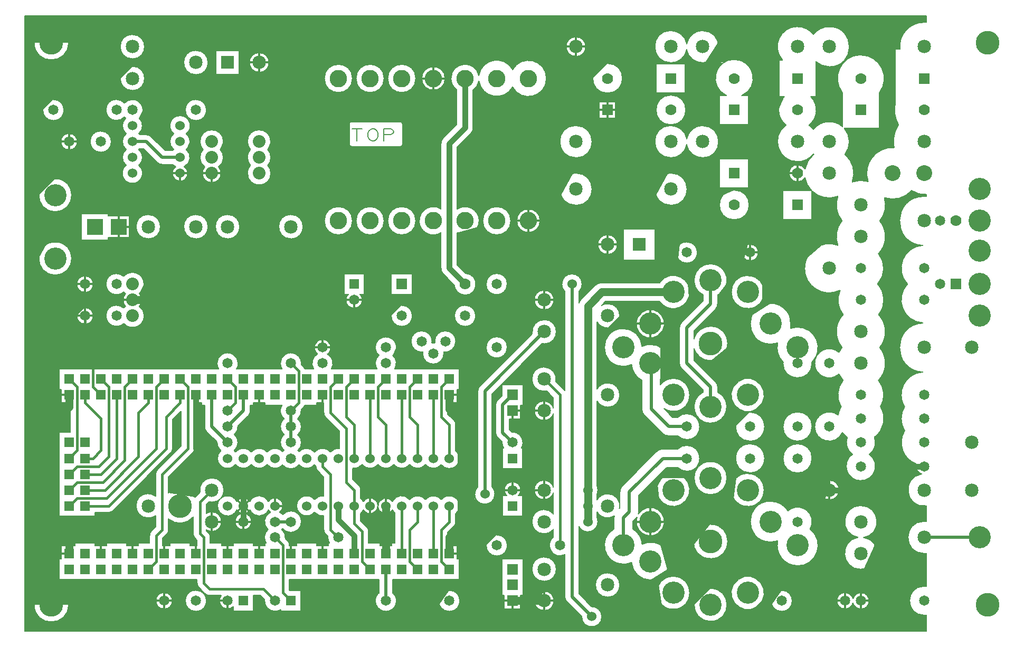
<source format=gbr>
%FSLAX23Y23*%
%MOIN*%
G04 EasyPC Gerber Version 14.0.2 Build 2922 *
%ADD86R,0.06000X0.06000*%
%ADD87R,0.06000X0.06000*%
%ADD85R,0.06500X0.06500*%
%ADD82R,0.08000X0.08000*%
%ADD79R,0.10000X0.10000*%
%ADD26C,0.00800*%
%ADD27C,0.01200*%
%ADD90C,0.01500*%
%ADD91C,0.02000*%
%ADD89C,0.03500*%
%ADD88C,0.05000*%
%ADD83C,0.06000*%
%ADD81C,0.06500*%
%ADD133C,0.07000*%
%ADD80C,0.08000*%
%ADD74C,0.08500*%
%ADD24C,0.10000*%
%ADD75C,0.11000*%
%ADD78C,0.14000*%
%ADD76C,0.15000*%
%ADD73C,0.25000*%
%ADD84R,0.06000X0.06000*%
%ADD77R,0.70000X0.42000*%
X0Y0D02*
D02*
D24*
X6516Y3842D03*
X6716D03*
D02*
D26*
X1908Y1490D02*
X1953D01*
Y1506*
X2081*
Y1490*
X2125*
Y1524*
X2112Y1537*
G75*
G02X2100Y1566I29J29*
G01*
Y1671*
G75*
G02X1945Y1659I-84J70*
G01*
Y1591*
G75*
G02X1933Y1562I-42J0*
G01*
X1908Y1537*
Y1490*
G36*
X1953*
Y1506*
X2081*
Y1490*
X2125*
Y1524*
X2112Y1537*
G75*
G02X2100Y1566I29J29*
G01*
Y1671*
G75*
G02X1945Y1659I-84J70*
G01*
Y1591*
G75*
G02X1933Y1562I-42J0*
G01*
X1908Y1537*
Y1490*
G37*
X1945Y1824D02*
G75*
G02X2111Y1795I71J-83D01*
G01*
G75*
G02X2112Y1796I30J-29*
G01*
X2142Y1825*
G75*
G02X2217Y1918I75J16*
G01*
G75*
G02Y1765J-77*
G01*
G75*
G02X2200Y1767J77*
G01*
X2183Y1749*
Y1693*
G75*
G02X2217Y1703I34J-52*
G01*
G75*
G02Y1580J-62*
G01*
G75*
G02X2183Y1590J62*
G01*
Y1584*
X2196Y1571*
G75*
G02X2208Y1542I-29J-29*
G01*
Y1506*
X2281*
Y1490*
X2353*
Y1506*
X2481*
Y1490*
X2553*
Y1506*
X2561*
G75*
G02X2573Y1591I56J36*
G01*
G75*
G02X2588Y1702I44J50*
G01*
G75*
G02X2575Y1715I28J40*
G01*
G75*
G02X2458I-58J26*
G01*
G75*
G02X2422Y1693I-42J26*
G01*
G75*
G02X2417Y1590I-5J-51*
G01*
G75*
G02X2411Y1693J52*
G01*
G75*
G02X2375Y1715I5J49*
G01*
G75*
G02X2253Y1741I-58J26*
G01*
G75*
G02X2375Y1768I64*
G01*
G75*
G02X2458I42J-26*
G01*
G75*
G02X2575I58J-26*
G01*
G75*
G02X2666Y1741I42J-26*
G01*
G75*
G02X2645Y1702I-49*
G01*
G75*
G02X2666Y1686I-28J-60*
G01*
X2667*
G75*
G02X2783Y1641I50J-44*
G01*
G75*
G02X2667Y1598I-67*
G01*
X2666*
G75*
G02X2660Y1591I-50J44*
G01*
G75*
G02X2683Y1534I-44J-50*
G01*
X2696Y1521*
G75*
G02X2708Y1492I-29J-29*
G01*
Y1490*
X2753*
Y1506*
X2881*
Y1490*
X2953*
Y1506*
X2961*
G75*
G02X2950Y1549I56J36*
G01*
X2937Y1562*
G75*
G02X2925Y1591I29J29*
G01*
Y1678*
G75*
G02X2867Y1702I-9J63*
G01*
G75*
G02X2753Y1741I-50J40*
G01*
G75*
G02X2867Y1781I64*
G01*
G75*
G02X2925Y1805I50J-40*
G01*
Y1924*
X2887Y1962*
G75*
G02X2875Y1991I29J29*
G01*
Y1993*
G75*
G02X2867Y2002I42J49*
G01*
G75*
G02X2768Y2000I-50J40*
G01*
G75*
G02X2665I-52J42*
G01*
G75*
G02X2567Y2002I-48J42*
G01*
G75*
G02X2467I-50J40*
G01*
G75*
G02X2367I-50J40*
G01*
G75*
G02X2253Y2041I-50J40*
G01*
G75*
G02X2275Y2090I64*
G01*
G75*
G02X2250Y2146I42J52*
G01*
X2185Y2210*
G75*
G02X2172Y2242I31J31*
G01*
Y2378*
X2153*
Y2393*
X2108*
Y2104*
G75*
G02X2096Y2075I-42J0*
G01*
X1945Y1924*
Y1824*
G36*
G75*
G02X2111Y1795I71J-83*
G01*
G75*
G02X2112Y1796I30J-29*
G01*
X2142Y1825*
G75*
G02X2217Y1918I75J16*
G01*
G75*
G02Y1765J-77*
G01*
G75*
G02X2200Y1767J77*
G01*
X2183Y1749*
Y1693*
G75*
G02X2217Y1703I34J-52*
G01*
G75*
G02Y1580J-62*
G01*
G75*
G02X2183Y1590J62*
G01*
Y1584*
X2196Y1571*
G75*
G02X2208Y1542I-29J-29*
G01*
Y1506*
X2281*
Y1490*
X2353*
Y1506*
X2481*
Y1490*
X2553*
Y1506*
X2561*
G75*
G02X2573Y1591I56J36*
G01*
G75*
G02X2588Y1702I44J50*
G01*
G75*
G02X2575Y1715I28J40*
G01*
G75*
G02X2458I-58J26*
G01*
G75*
G02X2422Y1693I-42J26*
G01*
G75*
G02X2417Y1590I-5J-51*
G01*
G75*
G02X2411Y1693J52*
G01*
G75*
G02X2375Y1715I5J49*
G01*
G75*
G02X2253Y1741I-58J26*
G01*
G75*
G02X2375Y1768I64*
G01*
G75*
G02X2458I42J-26*
G01*
G75*
G02X2575I58J-26*
G01*
G75*
G02X2666Y1741I42J-26*
G01*
G75*
G02X2645Y1702I-49*
G01*
G75*
G02X2666Y1686I-28J-60*
G01*
X2667*
G75*
G02X2783Y1641I50J-44*
G01*
G75*
G02X2667Y1598I-67*
G01*
X2666*
G75*
G02X2660Y1591I-50J44*
G01*
G75*
G02X2683Y1534I-44J-50*
G01*
X2696Y1521*
G75*
G02X2708Y1492I-29J-29*
G01*
Y1490*
X2753*
Y1506*
X2881*
Y1490*
X2953*
Y1506*
X2961*
G75*
G02X2950Y1549I56J36*
G01*
X2937Y1562*
G75*
G02X2925Y1591I29J29*
G01*
Y1678*
G75*
G02X2867Y1702I-9J63*
G01*
G75*
G02X2753Y1741I-50J40*
G01*
G75*
G02X2867Y1781I64*
G01*
G75*
G02X2925Y1805I50J-40*
G01*
Y1924*
X2887Y1962*
G75*
G02X2875Y1991I29J29*
G01*
Y1993*
G75*
G02X2867Y2002I42J49*
G01*
G75*
G02X2768Y2000I-50J40*
G01*
G75*
G02X2665I-52J42*
G01*
G75*
G02X2567Y2002I-48J42*
G01*
G75*
G02X2467I-50J40*
G01*
G75*
G02X2367I-50J40*
G01*
G75*
G02X2253Y2041I-50J40*
G01*
G75*
G02X2275Y2090I64*
G01*
G75*
G02X2250Y2146I42J52*
G01*
X2185Y2210*
G75*
G02X2172Y2242I31J31*
G01*
Y2378*
X2153*
Y2393*
X2108*
Y2104*
G75*
G02X2096Y2075I-42J0*
G01*
X1945Y1924*
Y1824*
G37*
X2358Y2090D02*
G75*
G02X2367Y2081I-42J-48D01*
G01*
G75*
G02X2467I50J-40*
G01*
G75*
G02X2567I50J-40*
G01*
G75*
G02X2665Y2083I50J-40*
G01*
G75*
G02X2673Y2092I52J-42*
G01*
G75*
G02X2673Y2191I44J50*
G01*
Y2192*
G75*
G02Y2291I44J50*
G01*
Y2292*
G75*
G02X2661Y2378I44J50*
G01*
X2553*
Y2393*
X2481*
Y2378*
X2461*
Y2342*
G75*
G02X2448Y2310I-44J0*
G01*
X2383Y2246*
G75*
G02X2360Y2192I-66J-4*
G01*
G75*
G02X2358Y2090I-44J-50*
G01*
G36*
G75*
G02X2367Y2081I-42J-48*
G01*
G75*
G02X2467I50J-40*
G01*
G75*
G02X2567I50J-40*
G01*
G75*
G02X2665Y2083I50J-40*
G01*
G75*
G02X2673Y2092I52J-42*
G01*
G75*
G02X2673Y2191I44J50*
G01*
Y2192*
G75*
G02Y2291I44J50*
G01*
Y2292*
G75*
G02X2661Y2378I44J50*
G01*
X2553*
Y2393*
X2481*
Y2378*
X2461*
Y2342*
G75*
G02X2448Y2310I-44J0*
G01*
X2383Y2246*
G75*
G02X2360Y2192I-66J-4*
G01*
G75*
G02X2358Y2090I-44J-50*
G01*
G37*
X2760Y2092D02*
G75*
G02X2768Y2083I-44J-50D01*
G01*
G75*
G02X2867Y2081I48J-42*
G01*
G75*
G02X2967I50J-40*
G01*
G75*
G02X3025Y2105I50J-40*
G01*
Y2212*
X2937Y2300*
G75*
G02X2925Y2329I29J29*
G01*
Y2393*
X2881*
Y2378*
X2806*
G75*
G02X2796Y2362I-39J14*
G01*
X2783Y2349*
G75*
G02X2761Y2292I-66J-7*
G01*
Y2291*
G75*
G02Y2192I-44J-50*
G01*
Y2191*
G75*
G02X2760Y2092I-44J-50*
G01*
G36*
G75*
G02X2768Y2083I-44J-50*
G01*
G75*
G02X2867Y2081I48J-42*
G01*
G75*
G02X2967I50J-40*
G01*
G75*
G02X3025Y2105I50J-40*
G01*
Y2212*
X2937Y2300*
G75*
G02X2925Y2329I29J29*
G01*
Y2393*
X2881*
Y2378*
X2806*
G75*
G02X2796Y2362I-39J14*
G01*
X2783Y2349*
G75*
G02X2761Y2292I-66J-7*
G01*
Y2291*
G75*
G02Y2192I-44J-50*
G01*
Y2191*
G75*
G02X2760Y2092I-44J-50*
G01*
G37*
X3135Y4048D02*
Y4123D01*
X3104D02*
X3167D01*
X3204Y4073D02*
Y4098D01*
X3210Y4110*
X3217Y4117*
X3229Y4123*
X3242*
X3254Y4117*
X3260Y4110*
X3267Y4098*
Y4073*
X3260Y4060*
X3254Y4054*
X3242Y4048*
X3229*
X3217Y4054*
X3210Y4060*
X3204Y4073*
X3304Y4048D02*
Y4123D01*
X3348*
X3360Y4117*
X3367Y4104*
X3360Y4092*
X3348Y4085*
X3304*
X6729Y951D02*
Y1051D01*
G75*
G02X6716Y1050I-13J91*
G01*
G75*
G02Y1233J92*
G01*
G75*
G02X6729Y1232I0J-92*
G01*
Y1441*
G75*
G02X6716Y1440I-12J101*
G01*
G75*
G02Y1643J102*
G01*
G75*
G02X6729Y1642I0J-102*
G01*
Y1741*
G75*
G02X6702Y1942I-13J101*
G01*
G75*
G02X6667Y2005I14J50*
G01*
G75*
G02X6592Y2217I50J136*
G01*
G75*
G02Y2367I124J75*
G01*
G75*
G02X6708Y2586I124J75*
G01*
G75*
G02Y2897I8J155*
G01*
G75*
G02X6611Y3142I8J145*
G01*
G75*
G02X6708Y3386I105J100*
G01*
G75*
G02X6716Y3697I8J155*
G01*
G75*
G02X6729Y3696I0J-155*
G01*
Y3708*
G75*
G02X6638Y3733I-13J133*
G01*
G75*
G02X6465Y3687I-121J108*
G01*
G75*
G02X6435Y3542I-148J-46*
G01*
G75*
G02X6428Y3334I-119J-100*
G01*
G75*
G02X6422Y3142I-112J-92*
G01*
G75*
G02X6428Y2949I-105J-100*
G01*
G75*
G02X6435Y2742I-112J-108*
G01*
G75*
G02X6428Y2534I-119J-100*
G01*
G75*
G02X6441Y2367I-112J-92*
G01*
G75*
G02X6402Y2174I-124J-75*
G01*
G75*
G02X6369Y2067I-86J-33*
G01*
G75*
G02X6316Y1900I-52J-75*
G01*
G75*
G02X6264Y2067J92*
G01*
G75*
G02X6231Y2174I52J75*
G01*
G75*
G02X6200Y2205I85J117*
G01*
G75*
G02X6025Y2242I-84J37*
G01*
G75*
G02X6173Y2314I92*
G01*
G75*
G02X6192Y2367I144J-22*
G01*
G75*
G02X6205Y2534I124J75*
G01*
G75*
G02X6177Y2573I112J108*
G01*
G75*
G02X6025Y2642I-61J68*
G01*
G75*
G02X6177Y2710I92*
G01*
G75*
G02X6198Y2742I139J-68*
G01*
G75*
G02X6205Y2949I119J100*
G01*
G75*
G02X6184Y3102I112J92*
G01*
G75*
G02X5961Y3242I-68J140*
G01*
G75*
G02X6171Y3387I155*
G01*
G75*
G02X6198Y3542I145J55*
G01*
G75*
G02X6171Y3696I119J100*
G01*
G75*
G02X6008Y3730I-55J145*
G01*
Y3550*
X5825*
Y3733*
X6005*
G75*
G02X5964Y3815I111J109*
G01*
G75*
G02X5917Y3788I-47J27*
G01*
G75*
G02Y3895J54*
G01*
G75*
G02X5964Y3868J-54*
G01*
G75*
G02X6018Y3962I153J-27*
G01*
G75*
G02X6017Y3964I98J80*
G01*
G75*
G02X5917Y3915I-100J77*
G01*
G75*
G02X5845Y4146J127*
G01*
G75*
G02X5832Y4325I71J95*
G01*
X5800*
Y4558*
X5821*
G75*
G02X5917Y4768I95J84*
G01*
G75*
G02X6017Y4719I0J-127*
G01*
G75*
G02X6117Y4768I100J-77*
G01*
G75*
G02Y4515J-127*
G01*
G75*
G02X6033Y4546J127*
G01*
Y4325*
X6001*
G75*
G02X5988Y4146I-85J-84*
G01*
G75*
G02X6017Y4119I-71J-105*
G01*
G75*
G02X6200Y4137I100J-77*
G01*
Y4351*
G75*
G02X6316Y4589I117J91*
G01*
G75*
G02X6433Y4351J-148*
G01*
Y4125*
X6212*
G75*
G02X6215Y3962I-95J-84*
G01*
G75*
G02X6262Y3787I-98J-120*
G01*
G75*
G02X6362Y3790I55J-145*
G01*
G75*
G02X6526Y4004I154J52*
G01*
G75*
G02X6554Y4149I191J38*
G01*
G75*
G02X6532Y4272I162J93*
G01*
Y4626*
X6562*
G75*
G02X6716Y4797I154J15*
G01*
G75*
G02X6729Y4796J-155*
G01*
Y4835*
X1038Y4835*
Y951*
X6729*
X1095Y1117D02*
G75*
G02X1313I109D01*
G01*
G75*
G02X1095I-109*
G01*
Y4667D02*
G75*
G02X1313I109D01*
G01*
G75*
G02X1095I-109*
G01*
X1217Y4175D02*
G75*
G02Y4308J67D01*
G01*
G75*
G02Y4175J-67*
G01*
X1229Y3408D02*
G75*
G02Y3200J-104D01*
G01*
G75*
G02Y3408J104*
G01*
Y3808D02*
G75*
G02Y3600J-104D01*
G01*
G75*
G02Y3808J104*
G01*
X1252Y1778D02*
Y1806D01*
Y1878*
Y1906*
Y1978*
Y2006*
Y2078*
Y2106*
Y2206*
X1325*
Y2393*
X1268*
Y2478*
X1252*
Y2606*
X1353*
X1381*
X1453*
X1481*
X1553*
X1581*
X1653*
X1681*
X1753*
X1781*
X1853*
X1881*
X1953*
X1981*
X2053*
X2081*
X2153*
X2181*
X2253*
X2261*
G75*
G02X2317Y2708I56J36*
G01*
G75*
G02X2372Y2606J-67*
G01*
X2381*
X2453*
X2481*
X2553*
X2581*
X2653*
X2661*
G75*
G02X2717Y2708I56J36*
G01*
G75*
G02X2783Y2634J-67*
G01*
X2796Y2621*
G75*
G02X2806Y2606I-29J-29*
G01*
X2853*
X2861*
G75*
G02X2886Y2700I56J36*
G01*
G75*
G02X2917Y2793I31J41*
G01*
G75*
G02X2947Y2700J-52*
G01*
G75*
G02X2972Y2606I-31J-59*
G01*
X2981*
X3053*
X3081*
X3153*
X3181*
X3253*
X3261*
G75*
G02X3273Y2692I56J36*
G01*
G75*
G02X3317Y2808I44J50*
G01*
G75*
G02X3360Y2692J-67*
G01*
G75*
G02X3372Y2606I-44J-50*
G01*
X3381*
X3453*
X3481*
X3553*
X3581*
X3653*
X3681*
X3781*
Y2478*
X3766*
Y2393*
X3708*
Y2321*
X3746Y2283*
G75*
G02X3758Y2254I-29J-29*
G01*
Y2090*
G75*
G02X3781Y2041I-42J-49*
G01*
G75*
G02X3667Y2002I-64*
G01*
G75*
G02X3567I-50J40*
G01*
G75*
G02X3467I-50J40*
G01*
G75*
G02X3367I-50J40*
G01*
G75*
G02X3267I-50J40*
G01*
G75*
G02X3167I-50J40*
G01*
G75*
G02X3108Y1978I-50J40*
G01*
Y1909*
X3146Y1871*
G75*
G02X3158Y1841I-29J-29*
G01*
Y1790*
G75*
G02X3175Y1768I-42J-49*
G01*
G75*
G02X3266Y1741I42J-26*
G01*
G75*
G02X3175Y1715I-49*
G01*
G75*
G02X3158Y1693I-58J26*
G01*
Y1646*
X3196Y1608*
G75*
G02X3208Y1579I-29J-29*
G01*
Y1506*
X3281*
Y1490*
X3353*
Y1506*
X3375*
Y1693*
G75*
G02X3358Y1715I42J49*
G01*
G75*
G02X3268Y1741I-42J26*
G01*
G75*
G02X3358Y1768I49*
G01*
G75*
G02X3467Y1781I58J-26*
G01*
G75*
G02X3567I50J-40*
G01*
G75*
G02X3667I50J-40*
G01*
G75*
G02X3781Y1741I50J-40*
G01*
G75*
G02X3758Y1693I-64*
G01*
Y1641*
G75*
G02X3746Y1612I-42J0*
G01*
X3708Y1574*
Y1490*
X3766*
Y1406*
X3781*
Y1278*
X3681*
X3653*
X3581*
X3553*
X3481*
X3453*
X3381*
X3361*
Y1191*
G75*
G02X3317Y1075I-44J-50*
G01*
G75*
G02X3273Y1191J67*
G01*
Y1278*
X3253*
X3181*
X3153*
X3081*
X3053*
X2981*
X2953*
X2881*
X2853*
X2781*
X2753*
X2708*
Y1209*
X2711Y1206*
X2781*
Y1077*
X2653*
Y1086*
G75*
G02X2617Y1075I-36J56*
G01*
G75*
G02X2550Y1149J67*
G01*
X2524Y1175*
X2481*
Y1077*
X2353*
Y1105*
G75*
G02X2317Y1090I-36J37*
G01*
G75*
G02X2277Y1175J52*
G01*
X2204*
G75*
G02X2175Y1187I0J42*
G01*
X2137Y1225*
G75*
G02X2125Y1254I29J29*
G01*
Y1278*
X2081*
X2053*
X1981*
X1953*
X1881*
X1853*
X1781*
X1753*
X1681*
X1653*
X1581*
X1553*
X1481*
X1453*
X1381*
X1353*
X1252*
Y1406*
X1268*
Y1490*
X1353*
Y1506*
X1481*
Y1490*
X1553*
Y1506*
X1681*
Y1490*
X1753*
Y1506*
X1825*
Y1554*
G75*
G02X1837Y1583I42J0*
G01*
X1863Y1609*
Y1680*
G75*
G02X1816Y1665I-46J61*
G01*
G75*
G02Y1818J77*
G01*
G75*
G02X1863Y1803J-77*
G01*
Y1941*
G75*
G02X1875Y1971I42J0*
G01*
X2025Y2121*
Y2341*
X1970Y2287*
Y2104*
G75*
G02X1958Y2075I-42J0*
G01*
X1596Y1712*
G75*
G02X1566Y1700I-29J29*
G01*
X1481*
Y1678*
X1381*
X1353*
X1252*
Y1778*
X1316Y3990D02*
G75*
G02Y4093J52D01*
G01*
G75*
G02Y3990J-52*
G01*
X1417Y2993D02*
G75*
G02Y2890J-52D01*
G01*
G75*
G02Y2993J52*
G01*
Y3090D02*
G75*
G02Y3193J52D01*
G01*
G75*
G02Y3090J-52*
G01*
X1516Y3975D02*
G75*
G02Y4108J67D01*
G01*
G75*
G02Y3975J-67*
G01*
X1563Y3435D02*
Y3420D01*
X1395*
Y3588*
X1563*
Y3573*
X1698*
Y3435*
X1563*
X1661Y2892D02*
G75*
G02X1616Y2875I-45J49D01*
G01*
G75*
G02Y3008J67*
G01*
G75*
G02X1661Y2991I0J-67*
G01*
G75*
G02X1673Y3001I55J-49*
G01*
G75*
G02X1658Y3042I43J40*
G01*
G75*
G02X1673Y3082I59*
G01*
G75*
G02X1661Y3092I43J60*
G01*
G75*
G02X1616Y3075I-45J49*
G01*
G75*
G02Y3208J67*
G01*
G75*
G02X1661Y3191I0J-67*
G01*
G75*
G02X1791Y3142I55J-49*
G01*
G75*
G02X1760Y3082I-74*
G01*
G75*
G02X1776Y3042I-43J-40*
G01*
G75*
G02X1760Y3001I-59J0*
G01*
G75*
G02X1791Y2942I-43J-60*
G01*
G75*
G02X1661Y2892I-74*
G01*
X1666Y4198D02*
G75*
G02X1616Y4175I-50J44D01*
G01*
G75*
G02Y4308J67*
G01*
G75*
G02X1666Y4285J-67*
G01*
G75*
G02X1716Y4308I50J-44*
G01*
G75*
G02X1758Y4190J-67*
G01*
G75*
G02X1756Y4092I-42J-48*
G01*
G75*
G02X1763Y4085I-40J-50*
G01*
X1804*
G75*
G02X1835Y4073I0J-44*
G01*
X1922Y3986*
X1970*
G75*
G02X1977Y3992I46J-44*
G01*
G75*
G02Y4092I40J50*
G01*
G75*
G02X2017Y4206I40J50*
G01*
G75*
G02X2056Y4092J-64*
G01*
G75*
G02Y3992I-40J-50*
G01*
G75*
G02X2043Y3883I-40J-50*
G01*
G75*
G02X2017Y3793I-26J-42*
G01*
G75*
G02X1990Y3883J49*
G01*
G75*
G02X1970Y3898I26J58*
G01*
X1904*
G75*
G02X1873Y3910I0J44*
G01*
X1786Y3998*
X1763*
G75*
G02X1756Y3992I-46J44*
G01*
G75*
G02Y3892I-40J-50*
G01*
G75*
G02X1716Y3778I-40J-50*
G01*
G75*
G02X1677Y3892J64*
G01*
G75*
G02Y3992I40J50*
G01*
G75*
G02Y4092I40J50*
G01*
G75*
G02X1675Y4190I40J50*
G01*
G75*
G02X1666Y4198I42J52*
G01*
X1716Y4518D02*
G75*
G02Y4365J-77D01*
G01*
G75*
G02Y4518J77*
G01*
Y4718D02*
G75*
G02Y4565J-77D01*
G01*
G75*
G02Y4718J77*
G01*
X1816Y3581D02*
G75*
G02Y3428J-77D01*
G01*
G75*
G02Y3581J77*
G01*
X1916Y1090D02*
G75*
G02Y1193J52D01*
G01*
G75*
G02Y1090J-52*
G01*
X2117Y1075D02*
G75*
G02Y1208J67D01*
G01*
G75*
G02Y1075J-67*
G01*
Y3581D02*
G75*
G02Y3428J-77D01*
G01*
G75*
G02Y3581J77*
G01*
Y4308D02*
G75*
G02Y4175J-67D01*
G01*
G75*
G02Y4308J67*
G01*
Y4618D02*
G75*
G02Y4465J-77D01*
G01*
G75*
G02Y4618J77*
G01*
X2162Y3992D02*
G75*
G02X2143Y4042I55J50D01*
G01*
G75*
G02X2291I74*
G01*
G75*
G02X2271Y3992I-74J0*
G01*
G75*
G02X2291Y3942I-55J-50*
G01*
G75*
G02X2260Y3882I-74*
G01*
G75*
G02X2276Y3842I-43J-40*
G01*
G75*
G02X2158I-59*
G01*
G75*
G02X2173Y3882I59*
G01*
G75*
G02X2143Y3942I43J60*
G01*
G75*
G02X2162Y3992I74*
G01*
X2243Y4616D02*
X2391D01*
Y4468*
X2243*
Y4616*
X2317Y3581D02*
G75*
G02Y3428J-77D01*
G01*
G75*
G02Y3581J77*
G01*
X2462Y3892D02*
G75*
G02X2442Y3942I55J50D01*
G01*
G75*
G02X2462Y3992I74*
G01*
G75*
G02X2442Y4042I55J50*
G01*
G75*
G02X2591I74*
G01*
G75*
G02X2571Y3992I-74J0*
G01*
G75*
G02X2591Y3942I-55J-50*
G01*
G75*
G02X2571Y3892I-74J0*
G01*
G75*
G02X2591Y3842I-55J-50*
G01*
G75*
G02X2442I-74*
G01*
G75*
G02X2462Y3892I74*
G01*
X2517Y4603D02*
G75*
G02Y4480J-62D01*
G01*
G75*
G02Y4603J62*
G01*
X2711Y2813D02*
X1972D01*
Y3270*
X2711*
Y2813*
X2717Y3581D02*
G75*
G02Y3428J-77D01*
G01*
G75*
G02Y3581J77*
G01*
X2928Y3542D02*
G75*
G02X3106I89D01*
G01*
G75*
G02X2928I-89*
G01*
Y4441D02*
G75*
G02X3106I89D01*
G01*
G75*
G02X2928I-89*
G01*
X3080Y3078D02*
X3053D01*
Y3206*
X3181*
Y3078*
X3153*
G75*
G02X3168Y3042I-37J-36*
G01*
G75*
G02X3065I-52*
G01*
G75*
G02X3080Y3078I52*
G01*
X3100Y4011D02*
G75*
G02X3086Y4025J14D01*
G01*
Y4153*
G75*
G02X3100Y4167I14*
G01*
X3408*
G75*
G02X3422Y4153J-14*
G01*
Y4025*
G75*
G02X3408Y4011I-14*
G01*
X3100*
X3128Y3542D02*
G75*
G02X3306I89D01*
G01*
G75*
G02X3128I-89*
G01*
Y4441D02*
G75*
G02X3306I89D01*
G01*
G75*
G02X3128I-89*
G01*
X3328Y3542D02*
G75*
G02X3506I89D01*
G01*
G75*
G02X3328I-89*
G01*
Y4441D02*
G75*
G02X3506I89D01*
G01*
G75*
G02X3328I-89*
G01*
X3417Y2875D02*
G75*
G02Y3008J67D01*
G01*
G75*
G02Y2875J-67*
G01*
X3483Y3075D02*
X3350D01*
Y3208*
X3483*
Y3075*
X3543Y4441D02*
G75*
G02X3691I74D01*
G01*
G75*
G02X3543I-74*
G01*
X3551Y2713D02*
G75*
G02X3475Y2779I-9J66D01*
G01*
G75*
G02X3608I67*
G01*
G75*
G02X3607Y2770I-67J0*
G01*
G75*
G02X3626I9J-66*
G01*
G75*
G02X3625Y2779I66J9*
G01*
G75*
G02X3758I67*
G01*
G75*
G02X3682Y2713I-67*
G01*
G75*
G02X3683Y2704I-66J-9*
G01*
G75*
G02X3550I-67*
G01*
G75*
G02X3551Y2713I67*
G01*
X3665Y3467D02*
G75*
G02X3528Y3542I-49J75D01*
G01*
G75*
G02X3665Y3616I89*
G01*
Y4029*
G75*
G02X3680Y4065I52J0*
G01*
X3765Y4150*
Y4369*
G75*
G02X3728Y4441I52J73*
G01*
G75*
G02X3904Y4459I89*
G01*
G75*
G02X4117Y4496I113J-17*
G01*
G75*
G02X4331Y4441I100J-55*
G01*
G75*
G02X4117Y4387I-114*
G01*
G75*
G02X3904Y4424I-100J55*
G01*
G75*
G02X3868Y4369I-87J17*
G01*
Y4129*
G75*
G02X3853Y4093I-52J0*
G01*
X3768Y4008*
Y3616*
G75*
G02X3906Y3542I49J-75*
G01*
G75*
G02X3768Y3467I-89*
G01*
Y3263*
X3820Y3210*
G75*
G02X3817Y3073I-4J-69*
G01*
G75*
G02X3748Y3138J69*
G01*
X3680Y3205*
G75*
G02X3665Y3242I36J36*
G01*
Y3467*
X3717Y1075D02*
G75*
G02Y1208J67D01*
G01*
G75*
G02Y1075J-67*
G01*
X3817Y2875D02*
G75*
G02Y3008J67D01*
G01*
G75*
G02Y2875J-67*
G01*
X3898Y1863D02*
Y2467D01*
G75*
G02X3910Y2498I44J0*
G01*
X4241Y2828*
G75*
G02X4316Y2918I75J13*
G01*
G75*
G02Y2765J-77*
G01*
G75*
G02X4303Y2766I0J77*
G01*
X3986Y2448*
Y1863*
G75*
G02X4005Y1816I-44J-46*
G01*
G75*
G02X3878I-64*
G01*
G75*
G02X3898Y1863I64*
G01*
X3928Y3542D02*
G75*
G02X4106I89D01*
G01*
G75*
G02X3928I-89*
G01*
X4017Y1425D02*
G75*
G02Y1558J67D01*
G01*
G75*
G02Y1425J-67*
G01*
X4050Y1275D02*
Y1308D01*
Y1408*
X4183*
Y1308*
Y1275*
Y1175*
X4168*
Y1090*
X4065*
Y1175*
X4050*
Y1275*
Y2437D02*
Y2508D01*
X4183*
Y2375*
X4168*
Y2290*
X4098*
Y2222*
X4112Y2208*
G75*
G02X4183Y2142I4J-66*
G01*
G75*
G02X4172Y2106I-67*
G01*
X4181*
Y1978*
X4053*
Y2106*
X4061*
G75*
G02X4050Y2142I56J36*
G01*
G75*
G02X4050Y2146I67J0*
G01*
X4023Y2173*
G75*
G02X4010Y2204I31J31*
G01*
Y2379*
G75*
G02X4023Y2410I44J0*
G01*
X4050Y2437*
X4080Y1806D02*
G75*
G02X4065Y1841I37J36D01*
G01*
G75*
G02X4168I52*
G01*
G75*
G02X4153Y1806I-52*
G01*
X4181*
Y1678*
X4053*
Y1806*
X4080*
X4083Y2742D02*
G75*
G02X3950I-67D01*
G01*
G75*
G02X4083I67*
G01*
Y3142D02*
G75*
G02X3950I-67D01*
G01*
G75*
G02X4083I67*
G01*
X4143Y3542D02*
G75*
G02X4291I74D01*
G01*
G75*
G02X4143I-74*
G01*
X4316Y1203D02*
G75*
G02Y1080J-62D01*
G01*
G75*
G02Y1203J62*
G01*
Y1418D02*
G75*
G02Y1265J-77D01*
G01*
G75*
G02Y1418J77*
G01*
Y3103D02*
G75*
G02Y2980J-62D01*
G01*
G75*
G02Y3103J62*
G01*
X4333Y2467D02*
G75*
G02X4316Y2465I-16J75D01*
G01*
G75*
G02Y2618J77*
G01*
G75*
G02X4391Y2525J-77*
G01*
X4446Y2471*
G75*
G02X4447Y2469I-29J-29*
G01*
Y3095*
G75*
G02X4428Y3142I44J46*
G01*
G75*
G02X4556I64*
G01*
G75*
G02X4536Y3095I-64*
G01*
Y3023*
G75*
G02X4550Y3046I56J-19*
G01*
X4637Y3133*
G75*
G02X4679Y3151I42J-42*
G01*
X5046*
G75*
G02X5230Y3059I86J-59*
G01*
G75*
G02X5046Y3033I-99J32*
G01*
X4703*
X4679Y3008*
G75*
G02X4717Y3018I37J-67*
G01*
G75*
G02Y2865J-77*
G01*
G75*
G02X4651Y2903J77*
G01*
Y2480*
G75*
G02X4717Y2518I66J-39*
G01*
G75*
G02Y2365J-77*
G01*
G75*
G02X4651Y2403J77*
G01*
Y1866*
G75*
G02X4656Y1841I-59J-25*
G01*
G75*
G02X4651Y1817I-64*
G01*
Y1780*
G75*
G02X4717Y1818I66J-39*
G01*
G75*
G02X4791Y1725J-77*
G01*
X4795Y1728*
Y1829*
G75*
G02X4812Y1871I59J0*
G01*
X5025Y2083*
G75*
G02X5066Y2101I42J-42*
G01*
X5160*
G75*
G02X5217Y2123I56J-59*
G01*
G75*
G02Y1960J-82*
G01*
G75*
G02X5160Y1983J82*
G01*
X5091*
X4913Y1805*
Y1704*
G75*
G02X4911Y1689I-59J0*
G01*
G75*
G02X4934Y1714I76J-47*
G01*
G75*
G02X5039Y1569I52J-72*
G01*
G75*
G02X4902Y1670I-52J72*
G01*
G75*
G02X4896Y1662I-48J34*
G01*
X4876Y1642*
Y1595*
G75*
G02X4935Y1499I-59J-103*
G01*
G75*
G02X4987Y1511I51J-107*
G01*
G75*
G02Y1273J-119*
G01*
G75*
G02X4868Y1384J119*
G01*
G75*
G02X4816Y1373I-51J107*
G01*
G75*
G02X4758Y1595J119*
G01*
Y1666*
G75*
G02X4759Y1678I59J0*
G01*
G75*
G02X4717Y1665I-42J64*
G01*
G75*
G02X4651Y1703J77*
G01*
Y1666*
G75*
G02X4656Y1641I-59J-25*
G01*
G75*
G02X4536Y1611I-64*
G01*
Y1185*
X4615Y1105*
G75*
G02X4681Y1042I2J-64*
G01*
G75*
G02X4553I-64*
G01*
G75*
G02X4553Y1043I64J0*
G01*
X4460Y1135*
G75*
G02X4447Y1167I31J31*
G01*
Y1433*
G75*
G02X4417Y1425I-31J59*
G01*
G75*
G02X4375Y1543J67*
G01*
Y1592*
G75*
G02X4316Y1565I-59J49*
G01*
G75*
G02Y1718J77*
G01*
G75*
G02X4375Y1691J-77*
G01*
Y1823*
G75*
G02X4316Y1780I-59J19*
G01*
G75*
G02Y1903J62*
G01*
G75*
G02X4375Y1860J-62*
G01*
Y2323*
G75*
G02X4316Y2280I-59J19*
G01*
G75*
G02Y2403J62*
G01*
G75*
G02X4375Y2360J-62*
G01*
Y2424*
X4333Y2467*
X4517Y3843D02*
G75*
G02Y3640J-102D01*
G01*
G75*
G02Y3843J102*
G01*
Y4143D02*
G75*
G02Y3940J-102D01*
G01*
G75*
G02Y4143J102*
G01*
Y4703D02*
G75*
G02Y4580J-62D01*
G01*
G75*
G02Y4703J62*
G01*
X4717Y1318D02*
G75*
G02Y1165J-77D01*
G01*
G75*
G02Y1318J77*
G01*
Y3330D02*
G75*
G02Y3453J62D01*
G01*
G75*
G02Y3330J-62*
G01*
Y4536D02*
G75*
G02Y4348J-94D01*
G01*
G75*
G02Y4536J94*
G01*
X4768Y4190D02*
X4665D01*
Y4293*
X4768*
Y4190*
X4868Y2634D02*
G75*
G02X4816Y2623I-51J107D01*
G01*
G75*
G02Y2861J119*
G01*
G75*
G02X4935Y2749J-119*
G01*
G75*
G02X4987Y2761I51J-107*
G01*
G75*
G02X5051Y2541J-119*
G01*
Y2507*
G75*
G02X5132Y2546I81J-65*
G01*
G75*
G02Y2338J-104*
G01*
G75*
G02X5074Y2355I0J104*
G01*
X5128Y2301*
X5160*
G75*
G02X5217Y2323I56J-59*
G01*
G75*
G02Y2160J-82*
G01*
G75*
G02X5160Y2183J82*
G01*
X5104*
G75*
G02X5062Y2200I0J59*
G01*
X4950Y2312*
G75*
G02X4933Y2354I42J42*
G01*
Y2535*
G75*
G02X4868Y2634I54J106*
G01*
X5016Y3293D02*
X4818D01*
Y3491*
X5016*
Y3293*
X5025Y4533D02*
X5208D01*
Y4350*
X5025*
Y4533*
X5039Y2819D02*
G75*
G02X4934Y2964I-52J72D01*
G01*
G75*
G02X5039Y2819I52J-72*
G01*
X5117Y3843D02*
G75*
G02Y3640J-102D01*
G01*
G75*
G02Y3843J102*
G01*
Y4148D02*
G75*
G02Y4336J94D01*
G01*
G75*
G02Y4148J-94*
G01*
X5132Y1088D02*
G75*
G02Y1296J104D01*
G01*
G75*
G02Y1088J-104*
G01*
X5217Y3275D02*
G75*
G02Y3408J67D01*
G01*
G75*
G02Y3275J-67*
G01*
Y4024D02*
G75*
G02X5117Y3940I-100J17D01*
G01*
G75*
G02Y4143J102*
G01*
G75*
G02X5217Y4059J-102*
G01*
G75*
G02X5316Y4143I100J-17*
G01*
G75*
G02Y3940J-102*
G01*
G75*
G02X5217Y4024J102*
G01*
Y4624D02*
G75*
G02X5117Y4540I-100J17D01*
G01*
G75*
G02Y4743J102*
G01*
G75*
G02X5217Y4659J-102*
G01*
G75*
G02X5316Y4743I100J-17*
G01*
G75*
G02Y4540J-102*
G01*
G75*
G02X5217Y4624J102*
G01*
X5230Y1809D02*
G75*
G02X5033Y1874I-99J32D01*
G01*
G75*
G02X5230Y1809I99J-32*
G01*
X5262Y2735D02*
Y2660D01*
X5399Y2524*
G75*
G02X5412Y2492I-32J-32*
G01*
Y2460*
G75*
G02X5367Y2263I-46J-93*
G01*
G75*
G02X5321Y2460J104*
G01*
Y2473*
X5184Y2609*
G75*
G02X5171Y2642I32J32*
G01*
Y2867*
G75*
G02X5184Y2899I46J0*
G01*
X5321Y3035*
Y3073*
G75*
G02X5367Y3270I46J93*
G01*
G75*
G02X5412Y3073J-104*
G01*
Y3017*
G75*
G02X5399Y2984I-46J0*
G01*
X5262Y2848*
Y2798*
G75*
G02X5367Y2876I104J-31*
G01*
G75*
G02Y2658J-109*
G01*
G75*
G02X5262Y2735J109*
G01*
X5367Y1013D02*
G75*
G02Y1220J104D01*
G01*
G75*
G02Y1013J-104*
G01*
Y1408D02*
G75*
G02Y1625J109D01*
G01*
G75*
G02Y1408J-109*
G01*
Y1813D02*
G75*
G02Y2021J104D01*
G01*
G75*
G02Y1813J-104*
G01*
X5468Y4333D02*
G75*
G02X5517Y4561I49J109D01*
G01*
G75*
G02X5565Y4333J-119*
G01*
X5608*
Y4150*
X5425*
Y4333*
X5468*
X5517Y3736D02*
G75*
G02Y3548J-94D01*
G01*
G75*
G02Y3736J94*
G01*
X5602Y1738D02*
G75*
G02Y1945J104D01*
G01*
G75*
G02Y1738J-104*
G01*
Y2988D02*
G75*
G02Y3195J104D01*
G01*
G75*
G02Y2988J-104*
G01*
X5608Y3750D02*
X5425D01*
Y3933*
X5608*
Y3750*
X5617Y2133D02*
G75*
G02Y1950J-92D01*
G01*
G75*
G02Y2133J92*
G01*
Y2333D02*
G75*
G02Y2150J-92D01*
G01*
G75*
G02Y2333J92*
G01*
Y3290D02*
G75*
G02Y3393J52D01*
G01*
G75*
G02Y3290J-52*
G01*
X5663Y1107D02*
G75*
G02X5540Y1276I-61J84D01*
G01*
G75*
G02X5663Y1107I61J-84*
G01*
Y2357D02*
G75*
G02X5540Y2526I-61J84D01*
G01*
G75*
G02X5663Y2357I61J-84*
G01*
X5791Y1520D02*
G75*
G02X5747Y1513I-44J121D01*
G01*
G75*
G02Y1770J129*
G01*
G75*
G02X5856Y1710J-129*
G01*
G75*
G02X6008Y1641I61J-68*
G01*
G75*
G02X5995Y1594I-92*
G01*
G75*
G02X5917Y1363I-78J-103*
G01*
G75*
G02X5791Y1520J129*
G01*
Y2770D02*
G75*
G02X5747Y2763I-44J121D01*
G01*
G75*
G02Y3021J129*
G01*
G75*
G02X5872Y2863J-129*
G01*
G75*
G02X5917Y2870I44J-121*
G01*
G75*
G02X6008Y2650J-129*
G01*
G75*
G02X6008Y2642I-91J-9*
G01*
G75*
G02X5825I-92*
G01*
G75*
G02X5825Y2650I92J0*
G01*
G75*
G02X5791Y2770I91J91*
G01*
X5816Y1075D02*
G75*
G02Y1208J67D01*
G01*
G75*
G02Y1075J-67*
G01*
X5825Y2041D02*
G75*
G02X6008I92D01*
G01*
G75*
G02X5825I-92*
G01*
X6008Y2242D02*
G75*
G02X5825I-92D01*
G01*
G75*
G02X6008I92*
G01*
X6117Y1903D02*
G75*
G02Y1780J-62D01*
G01*
G75*
G02Y1903J62*
G01*
X6267Y1129D02*
G75*
G02X6217Y1090I-50J12D01*
G01*
G75*
G02Y1193J52*
G01*
G75*
G02X6267Y1154J-52*
G01*
G75*
G02X6316Y1193I50J-12*
G01*
G75*
G02Y1090J-52*
G01*
G75*
G02X6267Y1129J52*
G01*
X6299Y1542D02*
G75*
G02X6316Y1743I17J100D01*
G01*
G75*
G02X6334Y1542J-102*
G01*
G75*
G02X6316Y1340I-17J-100*
G01*
G75*
G02X6299Y1542J102*
G01*
X1038Y1117D02*
G36*
Y951D01*
X6729*
Y1051*
G75*
G02X6716Y1050I-13J91*
G01*
G75*
G02X6628Y1117J92*
G01*
X6362*
G75*
G02X6316Y1090I-45J25*
G01*
G75*
G02X6267Y1129J52*
G01*
G75*
G02X6217Y1090I-50J12*
G01*
G75*
G02X6171Y1117J52*
G01*
X5878*
G75*
G02X5816Y1075I-62J25*
G01*
G75*
G02X5755Y1117J67*
G01*
X5674*
G75*
G02X5663Y1107I-72J75*
G01*
G75*
G02X5529Y1117I-61J84*
G01*
X5471*
G75*
G02X5367Y1013I-104*
G01*
G75*
G02X5263Y1117J104*
G01*
X5204*
G75*
G02X5132Y1088I-72J75*
G01*
G75*
G02X5059Y1117J104*
G01*
X4604*
X4615Y1105*
G75*
G02X4681Y1042I2J-64*
G01*
G75*
G02X4553I-64*
G01*
G75*
G02X4553Y1043I64J0*
G01*
X4479Y1117*
X4373*
G75*
G02X4316Y1080I-56J25*
G01*
G75*
G02X4260Y1117J62*
G01*
X4168*
Y1090*
X4065*
Y1117*
X3778*
G75*
G02X3717Y1075I-62J25*
G01*
G75*
G02X3655Y1117J67*
G01*
X3378*
G75*
G02X3317Y1075I-62J25*
G01*
G75*
G02X3273Y1191J67*
G01*
Y1278*
X2708*
Y1209*
X2711Y1206*
X2781*
Y1077*
X2653*
Y1086*
G75*
G02X2550Y1149I-36J56*
G01*
X2524Y1175*
X2481*
Y1077*
X2353*
Y1105*
G75*
G02X2271Y1117I-36J37*
G01*
X2178*
G75*
G02X2117Y1075I-62J25*
G01*
G75*
G02X2055Y1117J67*
G01*
X1962*
G75*
G02X1916Y1090I-45J25*
G01*
G75*
G02X1871Y1117J52*
G01*
X1313*
G75*
G02X1095I-109*
G01*
X1038*
G37*
X1095D02*
G36*
G75*
G02X1313I109D01*
G01*
X1871*
G75*
G02X1916Y1193I45J25*
G01*
G75*
G02X1962Y1117J-52*
G01*
X2055*
G75*
G02X2117Y1208I62J25*
G01*
G75*
G02X2178Y1117J-67*
G01*
X2271*
G75*
G02X2277Y1175I45J25*
G01*
X2204*
G75*
G02X2175Y1187I0J42*
G01*
X2137Y1225*
G75*
G02X2127Y1242I29J29*
G01*
X1038*
Y1117*
X1095*
G37*
X3655D02*
G36*
G75*
G02X3717Y1208I62J25D01*
G01*
G75*
G02X3778Y1117J-67*
G01*
X4065*
Y1175*
X4050*
Y1242*
X3361*
Y1191*
G75*
G02X3378Y1117I-44J-50*
G01*
X3655*
G37*
X4260D02*
G36*
G75*
G02X4316Y1203I56J25D01*
G01*
G75*
G02X4373Y1117J-62*
G01*
X4479*
X4460Y1135*
G75*
G02X4447Y1167I31J31*
G01*
Y1242*
X4183*
Y1175*
X4168*
Y1117*
X4260*
G37*
X5059D02*
G36*
G75*
G02X5040Y1242I72J75D01*
G01*
X4793*
G75*
G02X4717Y1165I-77*
G01*
G75*
G02X4640Y1242J77*
G01*
X4536*
Y1185*
X4604Y1117*
X5059*
G37*
X5263D02*
G36*
G75*
G02X5367Y1220I104D01*
G01*
G75*
G02X5471Y1117J-104*
G01*
X5529*
G75*
G02X5510Y1242I72J75*
G01*
X5223*
G75*
G02X5204Y1117I-91J-50*
G01*
X5263*
G37*
X5755D02*
G36*
G75*
G02X5816Y1208I62J25D01*
G01*
G75*
G02X5878Y1117J-67*
G01*
X6171*
G75*
G02X6217Y1193I45J25*
G01*
G75*
G02X6267Y1154J-52*
G01*
G75*
G02X6316Y1193I50J-12*
G01*
G75*
G02X6362Y1117J-52*
G01*
X6628*
G75*
G02X6716Y1233I88J25*
G01*
G75*
G02X6729Y1232I0J-92*
G01*
Y1242*
X5693*
G75*
G02X5674Y1117I-91J-50*
G01*
X5755*
G37*
X1038Y4667D02*
G36*
Y4542D01*
X2040*
G75*
G02X2117Y4618I77*
G01*
G75*
G02X2193Y4542J-77*
G01*
X2243*
Y4616*
X2391*
Y4542*
X2455*
G75*
G02X2517Y4603I62*
G01*
G75*
G02X2578Y4542J-62*
G01*
X3962*
G75*
G02X4117Y4496I55J-100*
G01*
G75*
G02X4271Y4542I100J-55*
G01*
X5099*
G75*
G02X5018Y4667I17J100*
G01*
X4573*
G75*
G02X4517Y4580I-56J-25*
G01*
G75*
G02X4460Y4667J62*
G01*
X1789*
G75*
G02X1716Y4565I-72J-25*
G01*
G75*
G02X1644Y4667J77*
G01*
X1313*
G75*
G02X1095I-109*
G01*
X1038*
G37*
X1095D02*
G36*
G75*
G02X1313I109D01*
G01*
X1644*
G75*
G02X1716Y4718I72J-25*
G01*
G75*
G02X1789Y4667J-77*
G01*
X4460*
G75*
G02X4517Y4703I56J-25*
G01*
G75*
G02X4573Y4667J-62*
G01*
X5018*
G75*
G02X5117Y4743I98J-25*
G01*
G75*
G02X5217Y4659J-102*
G01*
G75*
G02X5316Y4743I100J-17*
G01*
G75*
G02X5415Y4667J-102*
G01*
X5792*
G75*
G02X5917Y4768I124J-25*
G01*
G75*
G02X6017Y4719I0J-127*
G01*
G75*
G02X6117Y4768I100J-77*
G01*
G75*
G02Y4515J-127*
G01*
G75*
G02X6033Y4546J127*
G01*
Y4325*
X6001*
G75*
G02X5988Y4146I-85J-84*
G01*
G75*
G02X6017Y4119I-71J-105*
G01*
G75*
G02X6200Y4137I100J-77*
G01*
Y4351*
G75*
G02X6316Y4589I117J91*
G01*
G75*
G02X6433Y4351J-148*
G01*
Y4125*
X6212*
G75*
G02X6215Y3962I-95J-84*
G01*
G75*
G02X6262Y3787I-98J-120*
G01*
G75*
G02X6362Y3790I55J-145*
G01*
G75*
G02X6526Y4004I154J52*
G01*
G75*
G02X6554Y4149I191J38*
G01*
G75*
G02X6532Y4272I162J93*
G01*
Y4626*
X6562*
G75*
G02X6716Y4797I154J15*
G01*
G75*
G02X6729Y4796J-155*
G01*
Y4835*
X1038Y4835*
Y4667*
X1095*
G37*
X5415D02*
G36*
G75*
G02X5334Y4542I-98J-25D01*
G01*
X5452*
G75*
G02X5517Y4561I65J-100*
G01*
G75*
G02X5581Y4542J-119*
G01*
X5800*
Y4558*
X5821*
G75*
G02X5792Y4667I95J83*
G01*
X5415*
G37*
X1038Y4242D02*
G36*
Y4042D01*
X1265*
G75*
G02X1316Y4093I52*
G01*
G75*
G02X1368Y4042J-52*
G01*
X1450*
G75*
G02X1516Y4108I67*
G01*
G75*
G02X1583Y4042J-67*
G01*
X1653*
G75*
G02X1677Y4092I64*
G01*
G75*
G02X1675Y4190I40J50*
G01*
G75*
G02X1666Y4198I42J52*
G01*
G75*
G02X1616Y4175I-50J44*
G01*
G75*
G02X1550Y4242J67*
G01*
X1283*
G75*
G02X1217Y4175I-67*
G01*
G75*
G02X1150Y4242J67*
G01*
X1038*
G37*
X1150D02*
G36*
G75*
G02X1217Y4308I67D01*
G01*
G75*
G02X1283Y4242J-67*
G01*
X1550*
G75*
G02X1616Y4308I67*
G01*
G75*
G02X1666Y4285J-67*
G01*
G75*
G02X1716Y4308I50J-44*
G01*
G75*
G02X1783Y4242J-67*
G01*
X2050*
G75*
G02X2117Y4308I67*
G01*
G75*
G02X2183Y4242J-67*
G01*
X3765*
Y4369*
G75*
G02X3728Y4441I52J73*
G01*
X3691*
G75*
G02X3543I-74*
G01*
X3506*
G75*
G02X3328I-89*
G01*
X3306*
G75*
G02X3128I-89*
G01*
X3106*
G75*
G02X2928I-89*
G01*
X1793*
G75*
G02X1716Y4365I-77*
G01*
G75*
G02X1640Y4441J77*
G01*
X1038*
Y4242*
X1150*
G37*
X1783D02*
G36*
G75*
G02X1758Y4190I-67J0D01*
G01*
G75*
G02X1756Y4092I-42J-48*
G01*
G75*
G02X1763Y4085I-40J-50*
G01*
X1804*
G75*
G02X1835Y4073I0J-44*
G01*
X1922Y3986*
X1970*
G75*
G02X1977Y3992I46J-44*
G01*
G75*
G02Y4092I40J50*
G01*
G75*
G02X2017Y4206I40J50*
G01*
G75*
G02X2056Y4092J-64*
G01*
G75*
G02X2080Y4042I-40J-50*
G01*
X2143*
G75*
G02X2291I74*
G01*
X2442*
G75*
G02X2591I74*
G01*
X3086*
Y4153*
G75*
G02X3100Y4167I14*
G01*
X3408*
G75*
G02X3422Y4153J-14*
G01*
Y4042*
X3667*
G75*
G02X3680Y4065I50J-12*
G01*
X3765Y4150*
Y4242*
X2183*
G75*
G02X2117Y4175I-67*
G01*
G75*
G02X2050Y4242J67*
G01*
X1783*
G37*
X3868D02*
G36*
Y4129D01*
G75*
G02X3853Y4093I-52J0*
G01*
X3802Y4042*
X4415*
G75*
G02X4517Y4143I102*
G01*
G75*
G02X4618Y4042J-102*
G01*
X5015*
G75*
G02X5117Y4143I102*
G01*
G75*
G02X5217Y4059J-102*
G01*
G75*
G02X5316Y4143I100J-17*
G01*
G75*
G02X5418Y4042J-102*
G01*
X5790*
G75*
G02X5845Y4146I127*
G01*
G75*
G02X5797Y4242I71J95*
G01*
X5608*
Y4150*
X5425*
Y4242*
X5211*
G75*
G02X5117Y4148I-94*
G01*
G75*
G02X5023Y4242J94*
G01*
X4768*
Y4190*
X4665*
Y4242*
X3868*
G37*
X4665D02*
G36*
Y4293D01*
X4768*
Y4242*
X5023*
G75*
G02X5117Y4336I94*
G01*
G75*
G02X5211Y4242J-94*
G01*
X5425*
Y4333*
X5468*
G75*
G02X5398Y4441I49J109*
G01*
X5208*
Y4350*
X5025*
Y4441*
X4811*
G75*
G02X4717Y4348I-94*
G01*
G75*
G02X4622Y4441J94*
G01*
X4331*
G75*
G02X4117Y4387I-114*
G01*
G75*
G02X3904Y4424I-100J55*
G01*
G75*
G02X3868Y4369I-87J17*
G01*
Y4242*
X4665*
G37*
X5797D02*
G36*
G75*
G02X5832Y4325I119D01*
G01*
X5800*
Y4441*
X5636*
G75*
G02X5565Y4333I-119*
G01*
X5608*
Y4242*
X5797*
G37*
X1038Y3304D02*
G36*
Y3142D01*
X1365*
G75*
G02X1417Y3193I52*
G01*
G75*
G02X1468Y3142J-52*
G01*
X1550*
G75*
G02X1616Y3208I67*
G01*
G75*
G02X1661Y3191I0J-67*
G01*
G75*
G02X1791Y3142I55J-49*
G01*
X1972*
Y3270*
X2711*
Y3142*
X3053*
Y3206*
X3181*
Y3142*
X3350*
Y3208*
X3483*
Y3142*
X3744*
X3680Y3205*
G75*
G02X3665Y3242I36J36*
G01*
Y3304*
X1333*
G75*
G02X1229Y3200I-104*
G01*
G75*
G02X1125Y3304J104*
G01*
X1038*
G37*
X1125D02*
G36*
G75*
G02X1173Y3392I104D01*
G01*
X1038*
Y3304*
X1125*
G37*
X3665D02*
G36*
Y3392D01*
X1285*
G75*
G02X1333Y3304I-56J-88*
G01*
X3665*
G37*
X3768D02*
G36*
Y3263D01*
X3820Y3210*
G75*
G02X3885Y3142I-4J-69*
G01*
X3950*
G75*
G02X4083I67*
G01*
X4428*
G75*
G02X4556I64*
G01*
G75*
G02X4536Y3095I-64*
G01*
Y3023*
G75*
G02X4550Y3046I56J-19*
G01*
X4637Y3133*
G75*
G02X4679Y3151I42J-42*
G01*
X5046*
G75*
G02X5223Y3142I86J-59*
G01*
X5266*
G75*
G02X5367Y3270I101J25*
G01*
G75*
G02X5467Y3142J-104*
G01*
X5510*
G75*
G02X5602Y3195I91J-50*
G01*
G75*
G02X5693Y3142J-104*
G01*
X5998*
G75*
G02X5961Y3242I119J100*
G01*
G75*
G02X5974Y3304I155*
G01*
X5652*
G75*
G02X5617Y3290I-35J38*
G01*
G75*
G02X5581Y3304J52*
G01*
X5271*
G75*
G02X5217Y3275I-55J38*
G01*
G75*
G02X5162Y3304J67*
G01*
X5016*
Y3293*
X4818*
Y3304*
X3768*
G37*
X4818D02*
G36*
Y3392D01*
X4778*
G75*
G02X4717Y3330I-62*
G01*
G75*
G02X4655Y3392J62*
G01*
X3768*
Y3304*
X4818*
G37*
X5162D02*
G36*
G75*
G02X5173Y3392I55J38D01*
G01*
X5016*
Y3304*
X5162*
G37*
X5581D02*
G36*
G75*
G02X5604Y3392I35J38D01*
G01*
X5260*
G75*
G02X5271Y3304I-44J-50*
G01*
X5581*
G37*
X5974D02*
G36*
G75*
G02X6077Y3392I142J-63D01*
G01*
X5629*
G75*
G02X5652Y3304I-12J-50*
G01*
X5974*
G37*
X1038Y3704D02*
G36*
Y3504D01*
X1395*
Y3588*
X1563*
Y3573*
X1698*
Y3504*
X1740*
G75*
G02X1816Y3581I77*
G01*
G75*
G02X1893Y3504J-77*
G01*
X2040*
G75*
G02X2117Y3581I77*
G01*
G75*
G02X2193Y3504J-77*
G01*
X2240*
G75*
G02X2317Y3581I77*
G01*
G75*
G02X2393Y3504J-77*
G01*
X2640*
G75*
G02X2717Y3581I77*
G01*
G75*
G02X2793Y3504J-77*
G01*
X2936*
G75*
G02X2928Y3542I81J38*
G01*
G75*
G02X3106I89*
G01*
G75*
G02X3097Y3504I-89J0*
G01*
X3136*
G75*
G02X3128Y3542I81J38*
G01*
G75*
G02X3306I89*
G01*
G75*
G02X3297Y3504I-89J0*
G01*
X3336*
G75*
G02X3328Y3542I81J38*
G01*
G75*
G02X3506I89*
G01*
G75*
G02X3497Y3504I-89J0*
G01*
X3536*
G75*
G02X3528Y3542I81J37*
G01*
G75*
G02X3665Y3616I89*
G01*
Y3704*
X1333*
G75*
G02X1229Y3600I-104*
G01*
G75*
G02X1125Y3704J104*
G01*
X1038*
G37*
X1125D02*
G36*
G75*
G02X1229Y3808I104D01*
G01*
G75*
G02X1333Y3704J-104*
G01*
X3665*
Y3842*
X2591*
G75*
G02X2442I-74*
G01*
X2276*
G75*
G02X2158I-59*
G01*
X2066*
G75*
G02X2017Y3793I-49*
G01*
G75*
G02X1990Y3883J49*
G01*
G75*
G02X1970Y3898I26J58*
G01*
X1904*
G75*
G02X1873Y3910I0J44*
G01*
X1786Y3998*
X1763*
G75*
G02X1756Y3992I-46J44*
G01*
G75*
G02Y3892I-40J-50*
G01*
G75*
G02X1716Y3778I-40J-50*
G01*
G75*
G02X1653Y3842J64*
G01*
X1038*
Y3704*
X1125*
G37*
X3768D02*
G36*
Y3616D01*
G75*
G02X3906Y3542I49J-75*
G01*
G75*
G02X3897Y3504I-89J0*
G01*
X3936*
G75*
G02X3928Y3542I81J38*
G01*
G75*
G02X4106I89*
G01*
G75*
G02X4097Y3504I-89J0*
G01*
X4153*
G75*
G02X4143Y3542I64J38*
G01*
G75*
G02X4291I74*
G01*
G75*
G02X4280Y3504I-74*
G01*
X6174*
G75*
G02X6198Y3542I142J-63*
G01*
G75*
G02X6171Y3696I119J100*
G01*
G75*
G02X6008Y3730I-55J145*
G01*
Y3550*
X5825*
Y3704*
X5587*
G75*
G02X5517Y3548I-70J-63*
G01*
G75*
G02X5446Y3704J94*
G01*
X5211*
G75*
G02X5117Y3640I-94J38*
G01*
G75*
G02X5022Y3704J102*
G01*
X4611*
G75*
G02X4517Y3640I-94J38*
G01*
G75*
G02X4422Y3704J102*
G01*
X3768*
G37*
X4422D02*
G36*
G75*
G02X4499Y3842I94J38D01*
G01*
X3768*
Y3704*
X4422*
G37*
X5022D02*
G36*
G75*
G02X5099Y3842I94J38D01*
G01*
X4534*
G75*
G02X4611Y3704I-17J-100*
G01*
X5022*
G37*
X5446D02*
G36*
G75*
G02X5517Y3736I70J-63D01*
G01*
G75*
G02X5587Y3704J-94*
G01*
X5825*
Y3733*
X6005*
G75*
G02X5964Y3815I111J109*
G01*
G75*
G02X5917Y3788I-47J27*
G01*
G75*
G02X5863Y3842J54*
G01*
X5608*
Y3750*
X5425*
Y3842*
X5134*
G75*
G02X5211Y3704I-17J-100*
G01*
X5446*
G37*
X1038Y4042D02*
G36*
Y3842D01*
X1653*
G75*
G02X1677Y3892I64*
G01*
G75*
G02Y3992I40J50*
G01*
G75*
G02X1653Y4042I40J50*
G01*
X1583*
G75*
G02X1516Y3975I-67*
G01*
G75*
G02X1450Y4042J67*
G01*
X1368*
G75*
G02X1316Y3990I-52*
G01*
G75*
G02X1265Y4042J52*
G01*
X1038*
G37*
X2080D02*
G36*
G75*
G02X2056Y3992I-64D01*
G01*
G75*
G02X2043Y3883I-40J-50*
G01*
G75*
G02X2066Y3842I-26J-42*
G01*
X2158*
G75*
G02X2173Y3882I59*
G01*
G75*
G02X2162Y3992I43J60*
G01*
G75*
G02X2143Y4042I55J50*
G01*
X2080*
G37*
X2291D02*
G36*
G75*
G02X2271Y3992I-74J0D01*
G01*
G75*
G02X2260Y3882I-55J-50*
G01*
G75*
G02X2276Y3842I-43J-40*
G01*
X2442*
G75*
G02X2462Y3892I74*
G01*
G75*
G02Y3992I55J50*
G01*
G75*
G02X2442Y4042I55J50*
G01*
X2291*
G37*
X2591D02*
G36*
G75*
G02X2571Y3992I-74J0D01*
G01*
G75*
G02Y3892I-55J-50*
G01*
G75*
G02X2591Y3842I-55J-50*
G01*
X3665*
Y4029*
G75*
G02X3667Y4042I51J0*
G01*
X3422*
Y4025*
G75*
G02X3408Y4011I-14*
G01*
X3100*
G75*
G02X3086Y4025J14*
G01*
Y4042*
X2591*
G37*
X3802D02*
G36*
X3768Y4008D01*
Y3842*
X4499*
G75*
G02X4517Y3843I17J-100*
G01*
G75*
G02X4534Y3842J-101*
G01*
X5099*
G75*
G02X5117Y3843I17J-100*
G01*
G75*
G02X5134Y3842J-101*
G01*
X5425*
Y3933*
X5608*
Y3842*
X5863*
G75*
G02X5917Y3895I54*
G01*
G75*
G02X5964Y3868J-54*
G01*
G75*
G02X6018Y3962I153J-27*
G01*
G75*
G02X6017Y3964I98J80*
G01*
G75*
G02X5917Y3915I-100J77*
G01*
G75*
G02X5790Y4042J127*
G01*
X5418*
G75*
G02X5316Y3940I-102*
G01*
G75*
G02X5217Y4024J102*
G01*
G75*
G02X5117Y3940I-100J17*
G01*
G75*
G02X5015Y4042J102*
G01*
X4618*
G75*
G02X4517Y3940I-102*
G01*
G75*
G02X4415Y4042J102*
G01*
X3802*
G37*
X1038Y2942D02*
G36*
Y2742D01*
X2865*
G75*
G02X2917Y2793I52*
G01*
G75*
G02X2947Y2700J-52*
G01*
G75*
G02X2972Y2606I-31J-59*
G01*
X3261*
G75*
G02X3273Y2692I56J36*
G01*
G75*
G02X3317Y2808I44J50*
G01*
G75*
G02X3383Y2742J-67*
G01*
X3487*
G75*
G02X3475Y2779I55J38*
G01*
G75*
G02X3608I67*
G01*
G75*
G02X3607Y2770I-67J0*
G01*
G75*
G02X3626I9J-66*
G01*
G75*
G02X3625Y2779I66J9*
G01*
G75*
G02X3758I67*
G01*
G75*
G02X3746Y2742I-67*
G01*
X3950*
G75*
G02X4083I67*
G01*
X4154*
X4241Y2828*
G75*
G02X4316Y2918I75J13*
G01*
G75*
G02Y2765J-77*
G01*
G75*
G02X4303Y2766I0J77*
G01*
X4279Y2742*
X4447*
Y2942*
X3883*
G75*
G02X3817Y2875I-67*
G01*
G75*
G02X3750Y2942J67*
G01*
X3483*
G75*
G02X3417Y2875I-67*
G01*
G75*
G02X3350Y2942J67*
G01*
X2711*
Y2813*
X1972*
Y2942*
X1791*
G75*
G02X1661Y2892I-74*
G01*
G75*
G02X1616Y2875I-45J49*
G01*
G75*
G02X1550Y2942J67*
G01*
X1468*
G75*
G02X1417Y2890I-52*
G01*
G75*
G02X1365Y2942J52*
G01*
X1038*
G37*
X1365D02*
G36*
G75*
G02X1417Y2993I52D01*
G01*
G75*
G02X1468Y2942J-52*
G01*
X1550*
G75*
G02X1616Y3008I67*
G01*
G75*
G02X1661Y2991I0J-67*
G01*
G75*
G02X1673Y3001I55J-49*
G01*
G75*
G02X1658Y3042I43J40*
G01*
X1038*
Y2942*
X1365*
G37*
X1972D02*
G36*
Y3042D01*
X1776*
G75*
G02X1760Y3001I-59J0*
G01*
G75*
G02X1791Y2942I-43J-60*
G01*
X1972*
G37*
X3350D02*
G36*
G75*
G02X3417Y3008I67D01*
G01*
G75*
G02X3483Y2942J-67*
G01*
X3750*
G75*
G02X3817Y3008I67*
G01*
G75*
G02X3883Y2942J-67*
G01*
X4447*
Y3042*
X4378*
G75*
G02X4316Y2980I-62*
G01*
G75*
G02X4255Y3042J62*
G01*
X3168*
G75*
G02X3065I-52*
G01*
X2711*
Y2942*
X3350*
G37*
X4793D02*
G36*
G75*
G02X4717Y2865I-77D01*
G01*
G75*
G02X4651Y2903J77*
G01*
Y2742*
X4697*
G75*
G02X4816Y2861I119*
G01*
G75*
G02X4935Y2749J-119*
G01*
G75*
G02X5051Y2742I51J-107*
G01*
X5171*
Y2867*
G75*
G02X5184Y2899I46J0*
G01*
X5227Y2942*
X5060*
G75*
G02X5039Y2819I-74J-50*
G01*
G75*
G02X4913Y2942I-52J72*
G01*
X4793*
G37*
X4913D02*
G36*
G75*
G02X4934Y2964I74J-50D01*
G01*
G75*
G02X5060Y2942I52J-72*
G01*
X5227*
X5321Y3035*
Y3042*
X5223*
G75*
G02X5046Y3033I-91J50*
G01*
X4703*
X4679Y3008*
G75*
G02X4717Y3018I37J-67*
G01*
G75*
G02X4793Y2942J-77*
G01*
X4913*
G37*
X5356D02*
G36*
X5262Y2848D01*
Y2798*
G75*
G02X5367Y2876I104J-31*
G01*
G75*
G02X5473Y2742J-109*
G01*
X5788*
G75*
G02X5791Y2770I129J0*
G01*
G75*
G02X5747Y2763I-44J121*
G01*
G75*
G02X5628Y2942J129*
G01*
X5356*
G37*
X5628D02*
G36*
G75*
G02X5747Y3021I119J-50D01*
G01*
G75*
G02X5865Y2942J-129*
G01*
X6198*
G75*
G02X6205Y2949I119J-100*
G01*
G75*
G02X6171Y3042I112J92*
G01*
X5693*
G75*
G02X5602Y2988I-91J50*
G01*
G75*
G02X5510Y3042J104*
G01*
X5412*
Y3017*
G75*
G02X5399Y2984I-46J0*
G01*
X5356Y2942*
X5628*
G37*
X5865D02*
G36*
G75*
G02X5872Y2863I-119J-50D01*
G01*
G75*
G02X6046Y2742I44J-121*
G01*
X6198*
G75*
G02Y2942I119J100*
G01*
X5865*
G37*
X1038Y3142D02*
G36*
Y3042D01*
X1658*
G75*
G02X1673Y3082I59J0*
G01*
G75*
G02X1661Y3092I43J60*
G01*
G75*
G02X1616Y3075I-45J49*
G01*
G75*
G02X1550Y3142J67*
G01*
X1468*
G75*
G02X1417Y3090I-52*
G01*
G75*
G02X1365Y3142J52*
G01*
X1038*
G37*
X1791D02*
G36*
G75*
G02X1760Y3082I-74D01*
G01*
G75*
G02X1776Y3042I-43J-40*
G01*
X1972*
Y3142*
X1791*
G37*
X2711D02*
G36*
Y3042D01*
X3065*
G75*
G02X3080Y3078I52*
G01*
X3053*
Y3142*
X2711*
G37*
X3181D02*
G36*
Y3078D01*
X3153*
G75*
G02X3168Y3042I-37J-36*
G01*
X4255*
G75*
G02X4316Y3103I62*
G01*
G75*
G02X4378Y3042J-62*
G01*
X4447*
Y3095*
G75*
G02X4428Y3142I44J46*
G01*
X4083*
G75*
G02X3950I-67*
G01*
X3885*
G75*
G02X3817Y3073I-69*
G01*
G75*
G02X3748Y3138J69*
G01*
X3744Y3142*
X3483*
Y3075*
X3350*
Y3142*
X3181*
G37*
X5223D02*
G36*
G75*
G02X5230Y3059I-91J-50D01*
G01*
G75*
G02X5223Y3042I-99J32*
G01*
X5321*
Y3073*
G75*
G02X5266Y3142I46J93*
G01*
X5223*
G37*
X5467D02*
G36*
G75*
G02X5412Y3073I-101J25D01*
G01*
Y3042*
X5510*
G75*
G02Y3142I91J50*
G01*
X5467*
G37*
X5693D02*
G36*
G75*
G02Y3042I-91J-50D01*
G01*
X6171*
G75*
G02X6184Y3102I145*
G01*
G75*
G02X5998Y3142I-68J140*
G01*
X5693*
G37*
X1038Y3504D02*
G36*
Y3392D01*
X1173*
G75*
G02X1229Y3408I56J-88*
G01*
G75*
G02X1285Y3392J-104*
G01*
X3665*
Y3467*
G75*
G02X3536Y3504I-49J75*
G01*
X3497*
G75*
G02X3336I-81J38*
G01*
X3297*
G75*
G02X3136I-81J38*
G01*
X3097*
G75*
G02X2936I-81J38*
G01*
X2793*
G75*
G02X2717Y3428I-77*
G01*
G75*
G02X2640Y3504J77*
G01*
X2393*
G75*
G02X2317Y3428I-77*
G01*
G75*
G02X2240Y3504J77*
G01*
X2193*
G75*
G02X2117Y3428I-77*
G01*
G75*
G02X2040Y3504J77*
G01*
X1893*
G75*
G02X1816Y3428I-77*
G01*
G75*
G02X1740Y3504J77*
G01*
X1698*
Y3435*
X1563*
Y3420*
X1395*
Y3504*
X1038*
G37*
X3897D02*
G36*
G75*
G02X3768Y3467I-81J38D01*
G01*
Y3392*
X4655*
G75*
G02X4717Y3453I62*
G01*
G75*
G02X4778Y3392J-62*
G01*
X4818*
Y3491*
X5016*
Y3392*
X5173*
G75*
G02X5217Y3408I44J-50*
G01*
G75*
G02X5260Y3392J-67*
G01*
X5604*
G75*
G02X5617Y3393I12J-50*
G01*
G75*
G02X5629Y3392J-51*
G01*
X6077*
G75*
G02X6171Y3387I40J-150*
G01*
G75*
G02X6174Y3504I145J55*
G01*
X4280*
G75*
G02X4153I-64J38*
G01*
X4097*
G75*
G02X3936I-81J38*
G01*
X3897*
G37*
X1640Y4441D02*
G36*
G75*
G02X1716Y4518I77D01*
G01*
G75*
G02X1793Y4441J-77*
G01*
X2928*
G75*
G02X3106I89*
G01*
X3128*
G75*
G02X3306I89*
G01*
X3328*
G75*
G02X3506I89*
G01*
X3543*
G75*
G02X3691I74*
G01*
X3728*
G75*
G02X3904Y4459I89*
G01*
G75*
G02X3962Y4542I113J-17*
G01*
X2578*
G75*
G02X2517Y4480I-62*
G01*
G75*
G02X2455Y4542J62*
G01*
X2391*
Y4468*
X2243*
Y4542*
X2193*
G75*
G02X2117Y4465I-77*
G01*
G75*
G02X2040Y4542J77*
G01*
X1038*
Y4441*
X1640*
G37*
X4622D02*
G36*
G75*
G02X4717Y4536I94D01*
G01*
G75*
G02X4811Y4441J-94*
G01*
X5025*
Y4533*
X5208*
Y4441*
X5398*
G75*
G02X5452Y4542I119*
G01*
X5334*
G75*
G02X5316Y4540I-17J100*
G01*
G75*
G02X5217Y4624J102*
G01*
G75*
G02X5117Y4540I-100J17*
G01*
G75*
G02X5099Y4542J102*
G01*
X4271*
G75*
G02X4331Y4441I-55J-100*
G01*
X4622*
G37*
X5800D02*
G36*
Y4542D01*
X5581*
G75*
G02X5636Y4441I-65J-100*
G01*
X5800*
G37*
X1038Y2742D02*
G36*
Y2442D01*
X1268*
Y2478*
X1252*
Y2606*
X2261*
G75*
G02X2317Y2708I56J36*
G01*
G75*
G02X2372Y2606J-67*
G01*
X2661*
G75*
G02X2717Y2708I56J36*
G01*
G75*
G02X2783Y2634J-67*
G01*
X2796Y2621*
G75*
G02X2806Y2606I-29J-29*
G01*
X2861*
G75*
G02X2886Y2700I56J36*
G01*
G75*
G02X2865Y2742I31J41*
G01*
X1038*
G37*
X3383D02*
G36*
G75*
G02X3360Y2692I-67D01*
G01*
G75*
G02X3372Y2606I-44J-50*
G01*
X3781*
Y2478*
X3766*
Y2442*
X3898*
Y2467*
G75*
G02X3910Y2498I44J0*
G01*
X4154Y2742*
X4083*
G75*
G02X3950I-67*
G01*
X3746*
G75*
G02X3682Y2713I-55J38*
G01*
G75*
G02X3683Y2704I-66J-9*
G01*
G75*
G02X3550I-67*
G01*
G75*
G02X3551Y2713I67*
G01*
G75*
G02X3487Y2742I-9J66*
G01*
X3383*
G37*
X4279D02*
G36*
X3986Y2448D01*
Y2442*
X4050*
Y2508*
X4183*
Y2442*
X4358*
X4333Y2467*
G75*
G02X4316Y2465I-16J75*
G01*
G75*
G02Y2618J77*
G01*
G75*
G02X4391Y2525J-77*
G01*
X4446Y2471*
G75*
G02X4447Y2469I-29J-29*
G01*
Y2742*
X4279*
G37*
X4651D02*
G36*
Y2480D01*
G75*
G02X4717Y2518I66J-39*
G01*
G75*
G02X4793Y2442J-77*
G01*
X4933*
Y2535*
G75*
G02X4868Y2634I54J106*
G01*
G75*
G02X4816Y2623I-51J107*
G01*
G75*
G02X4697Y2742J119*
G01*
X4651*
G37*
X5051D02*
G36*
G75*
G02X5051Y2541I-65J-100D01*
G01*
Y2507*
G75*
G02X5132Y2546I81J-65*
G01*
G75*
G02X5236Y2442J-104*
G01*
X5294*
G75*
G02X5321Y2460I72J-75*
G01*
Y2473*
X5184Y2609*
G75*
G02X5171Y2642I32J32*
G01*
Y2742*
X5051*
G37*
X5473D02*
G36*
G75*
G02X5367Y2658I-106J25D01*
G01*
G75*
G02X5262Y2735J109*
G01*
Y2660*
X5399Y2524*
G75*
G02X5412Y2492I-32J-32*
G01*
Y2460*
G75*
G02X5439Y2442I-46J-93*
G01*
X5498*
G75*
G02X5540Y2526I104*
G01*
G75*
G02X5706Y2442I61J-84*
G01*
X6171*
G75*
G02X6205Y2534I145*
G01*
G75*
G02X6177Y2573I112J108*
G01*
G75*
G02X6025Y2642I-61J68*
G01*
G75*
G02X6177Y2710I92*
G01*
G75*
G02X6198Y2742I139J-68*
G01*
X6046*
G75*
G02X6008Y2650I-129*
G01*
G75*
G02X6008Y2642I-91J-9*
G01*
G75*
G02X5825I-92*
G01*
G75*
G02X5825Y2650I92J0*
G01*
G75*
G02X5788Y2742I91J91*
G01*
X5473*
G37*
X1038Y1492D02*
G36*
Y1341D01*
X1252*
Y1406*
X1268*
Y1490*
X1353*
Y1492*
X1038*
G37*
X1353D02*
G36*
Y1506D01*
X1481*
Y1490*
X1553*
Y1506*
X1681*
Y1490*
X1753*
Y1506*
X1825*
Y1554*
G75*
G02X1837Y1583I42J0*
G01*
X1863Y1609*
Y1680*
G75*
G02X1816Y1665I-46J61*
G01*
G75*
G02Y1818J77*
G01*
G75*
G02X1863Y1803J-77*
G01*
Y1941*
G75*
G02X1875Y1971I42J0*
G01*
X2025Y2121*
Y2341*
X1970Y2287*
Y2104*
G75*
G02X1958Y2075I-42J0*
G01*
X1596Y1712*
G75*
G02X1566Y1700I-29J29*
G01*
X1481*
Y1678*
X1252*
Y1785*
X1038*
Y1492*
X1353*
G37*
X3708D02*
G36*
Y1490D01*
X3766*
Y1406*
X3781*
Y1341*
X4050*
Y1408*
X4183*
Y1341*
X4240*
G75*
G02X4316Y1418I77*
G01*
G75*
G02X4393Y1341J-77*
G01*
X4447*
Y1433*
G75*
G02X4350Y1492I-31J59*
G01*
X4083*
G75*
G02X4017Y1425I-67*
G01*
G75*
G02X3950Y1492J67*
G01*
X3708*
G37*
X3950D02*
G36*
G75*
G02X4017Y1558I67D01*
G01*
G75*
G02X4083Y1492J-67*
G01*
X4350*
G75*
G02X4375Y1543I67*
G01*
Y1592*
G75*
G02X4316Y1565I-59J49*
G01*
G75*
G02Y1718J77*
G01*
G75*
G02X4375Y1691J-77*
G01*
Y1823*
G75*
G02X4316Y1780I-59J19*
G01*
G75*
G02X4292Y1785J62*
G01*
X4181*
Y1678*
X4053*
Y1785*
X3997*
G75*
G02X3886I-56J31*
G01*
X3763*
G75*
G02X3781Y1741I-47J-44*
G01*
G75*
G02X3758Y1693I-64*
G01*
Y1641*
G75*
G02X3746Y1612I-42J0*
G01*
X3708Y1574*
Y1492*
X3950*
G37*
X5051D02*
G36*
G75*
G02X5094Y1341I-65J-100D01*
G01*
X6299*
G75*
G02X6228Y1492I17J100*
G01*
X6046*
G75*
G02X5917Y1363I-129*
G01*
G75*
G02X5788Y1492J129*
G01*
X5473*
G75*
G02X5367Y1408I-106J25*
G01*
G75*
G02X5260Y1492J109*
G01*
X5051*
G37*
X5260D02*
G36*
G75*
G02X5367Y1625I106J25D01*
G01*
G75*
G02X5473Y1492J-109*
G01*
X5788*
G75*
G02X5791Y1520I129J0*
G01*
G75*
G02X5747Y1513I-44J121*
G01*
G75*
G02Y1770J129*
G01*
G75*
G02X5856Y1710J-129*
G01*
G75*
G02X5995Y1594I61J-68*
G01*
G75*
G02X6046Y1492I-78J-103*
G01*
X6228*
G75*
G02X6299Y1542I88J-50*
G01*
G75*
G02X6316Y1743I17J100*
G01*
G75*
G02X6334Y1542J-102*
G01*
G75*
G02X6405Y1492I-17J-100*
G01*
X6628*
G75*
G02X6716Y1643I88J50*
G01*
G75*
G02X6729Y1642I0J-102*
G01*
Y1741*
G75*
G02X6632Y1785I-13J101*
G01*
X6141*
G75*
G02X6117Y1780I-25J56*
G01*
G75*
G02X6092Y1785J62*
G01*
X5689*
G75*
G02X5602Y1738I-87J56*
G01*
G75*
G02X5514Y1785J104*
G01*
X5219*
G75*
G02X5044I-87J56*
G01*
X4913*
Y1704*
G75*
G02X4911Y1689I-59J0*
G01*
G75*
G02X4934Y1714I76J-47*
G01*
G75*
G02X5039Y1569I52J-72*
G01*
G75*
G02X4902Y1670I-52J72*
G01*
G75*
G02X4896Y1662I-48J34*
G01*
X4876Y1642*
Y1595*
G75*
G02X4935Y1499I-59J-103*
G01*
G75*
G02X4987Y1511I51J-107*
G01*
G75*
G02X5051Y1492J-119*
G01*
X5260*
G37*
X6405D02*
G36*
G75*
G02X6334Y1341I-88J-50D01*
G01*
X6729*
Y1441*
G75*
G02X6716Y1440I-12J101*
G01*
G75*
G02X6628Y1492J102*
G01*
X6405*
G37*
X1038Y2243D02*
G36*
Y2041D01*
X1252*
Y2206*
X1325*
Y2243*
X1038*
G37*
X1325D02*
G36*
Y2393D01*
X1268*
Y2442*
X1038*
Y2243*
X1325*
G37*
X3758D02*
G36*
Y2090D01*
G75*
G02X3781Y2041I-42J-49*
G01*
X3898*
Y2243*
X3758*
G37*
X3898D02*
G36*
Y2442D01*
X3766*
Y2393*
X3708*
Y2321*
X3746Y2283*
G75*
G02X3758Y2254I-29J-29*
G01*
Y2243*
X3898*
G37*
X3986D02*
G36*
Y2041D01*
X4053*
Y2106*
X4061*
G75*
G02X4050Y2146I56J36*
G01*
X4023Y2173*
G75*
G02X4010Y2204I31J31*
G01*
Y2243*
X3986*
G37*
X4010D02*
G36*
Y2379D01*
G75*
G02X4023Y2410I44J0*
G01*
X4050Y2437*
Y2442*
X3986*
Y2243*
X4010*
G37*
X4098D02*
G36*
Y2222D01*
X4112Y2208*
G75*
G02X4172Y2106I4J-66*
G01*
X4181*
Y2041*
X4375*
Y2243*
X4098*
G37*
X4375D02*
G36*
Y2323D01*
G75*
G02X4316Y2280I-59J19*
G01*
G75*
G02Y2403J62*
G01*
G75*
G02X4375Y2360J-62*
G01*
Y2424*
X4358Y2442*
X4183*
Y2375*
X4168*
Y2290*
X4098*
Y2243*
X4375*
G37*
X4651D02*
G36*
Y1866D01*
G75*
G02Y1817I-59J-25*
G01*
Y1780*
G75*
G02X4791Y1725I66J-39*
G01*
X4795Y1728*
Y1829*
G75*
G02X4812Y1871I59J0*
G01*
X5025Y2083*
G75*
G02X5066Y2101I42J-42*
G01*
X5160*
G75*
G02X5217Y2123I56J-59*
G01*
G75*
G02X5298Y2041J-82*
G01*
X5525*
G75*
G02X5617Y2133I92*
G01*
G75*
G02X5708Y2041J-92*
G01*
X5825*
G75*
G02X6008I92*
G01*
X6240*
G75*
G02X6264Y2067I77J-50*
G01*
G75*
G02X6231Y2174I52J75*
G01*
G75*
G02X6200Y2205I85J117*
G01*
G75*
G02X6025Y2242I-84J37*
G01*
G75*
G02Y2243I91J1*
G01*
X6008*
G75*
G02Y2242I-92J-1*
G01*
G75*
G02X5825I-92*
G01*
G75*
G02Y2243I91J1*
G01*
X5708*
G75*
G02X5617Y2150I-91J-1*
G01*
G75*
G02X5525Y2243I0J92*
G01*
X5298*
G75*
G02X5217Y2160I-81J-1*
G01*
G75*
G02X5160Y2183J82*
G01*
X5104*
G75*
G02X5062Y2200I0J59*
G01*
X5019Y2243*
X4651*
G37*
X5019D02*
G36*
X4950Y2312D01*
G75*
G02X4933Y2354I42J42*
G01*
Y2442*
X4793*
G75*
G02X4717Y2365I-77*
G01*
G75*
G02X4651Y2403J77*
G01*
Y2243*
X5019*
G37*
X5525D02*
G36*
G75*
G02X5617Y2333I91J-1D01*
G01*
G75*
G02X5708Y2243I0J-92*
G01*
X5825*
G75*
G02X6008I92J-1*
G01*
X6025*
G75*
G02X6173Y2314I91J-1*
G01*
G75*
G02X6192Y2367I144J-22*
G01*
G75*
G02X6171Y2442I124J75*
G01*
X5706*
G75*
G02X5663Y2357I-104*
G01*
G75*
G02X5498Y2442I-61J84*
G01*
X5439*
G75*
G02X5367Y2263I-72J-75*
G01*
G75*
G02X5294Y2442J104*
G01*
X5236*
G75*
G02X5132Y2338I-104*
G01*
G75*
G02X5074Y2355I0J104*
G01*
X5128Y2301*
X5160*
G75*
G02X5217Y2323I56J-59*
G01*
G75*
G02X5298Y2243I0J-82*
G01*
X5525*
G37*
X1252Y1785D02*
G36*
Y1916D01*
X1038*
Y1785*
X1252*
G37*
X3886D02*
G36*
G75*
G02X3878Y1816I56J31D01*
G01*
G75*
G02X3898Y1863I64*
G01*
Y1916*
X3108*
Y1909*
X3146Y1871*
G75*
G02X3158Y1841I-29J-29*
G01*
Y1790*
G75*
G02X3175Y1768I-42J-49*
G01*
G75*
G02X3266Y1741I42J-26*
G01*
G75*
G02X3175Y1715I-49*
G01*
G75*
G02X3158Y1693I-58J26*
G01*
Y1646*
X3196Y1608*
G75*
G02X3208Y1579I-29J-29*
G01*
Y1506*
X3281*
Y1490*
X3353*
Y1506*
X3375*
Y1693*
G75*
G02X3358Y1715I42J49*
G01*
G75*
G02X3268Y1741I-42J26*
G01*
G75*
G02X3358Y1768I49*
G01*
G75*
G02X3467Y1781I58J-26*
G01*
G75*
G02X3567I50J-40*
G01*
G75*
G02X3667I50J-40*
G01*
G75*
G02X3763Y1785I50J-40*
G01*
X3886*
G37*
X4053D02*
G36*
Y1806D01*
X4080*
G75*
G02X4065Y1841I37J36*
G01*
G75*
G02X4168I52*
G01*
G75*
G02X4153Y1806I-52*
G01*
X4181*
Y1785*
X4292*
G75*
G02X4316Y1903I25J56*
G01*
G75*
G02X4375Y1860J-62*
G01*
Y1916*
X3986*
Y1863*
G75*
G02X4005Y1816I-44J-46*
G01*
G75*
G02X3997Y1785I-64*
G01*
X4053*
G37*
X5044D02*
G36*
G75*
G02X5033Y1874I87J56D01*
G01*
G75*
G02X5059Y1916I99J-32*
G01*
X5025*
X4913Y1805*
Y1785*
X5044*
G37*
X5514D02*
G36*
G75*
G02X5529Y1916I87J56D01*
G01*
X5471*
G75*
G02X5367Y1813I-104*
G01*
G75*
G02X5263Y1916J104*
G01*
X5204*
G75*
G02X5230Y1809I-72J-75*
G01*
G75*
G02X5219Y1785I-99J32*
G01*
X5514*
G37*
X6092D02*
G36*
G75*
G02X6117Y1903I25J56D01*
G01*
G75*
G02X6141Y1785J-62*
G01*
X6632*
G75*
G02X6702Y1942I84J56*
G01*
G75*
G02X6667Y2005I14J50*
G01*
G75*
G02X6592Y2217I50J136*
G01*
G75*
G02Y2367I124J75*
G01*
G75*
G02X6708Y2586I124J75*
G01*
G75*
G02Y2897I8J155*
G01*
G75*
G02X6611Y3142I8J145*
G01*
G75*
G02X6708Y3386I105J100*
G01*
G75*
G02X6716Y3697I8J155*
G01*
G75*
G02X6729Y3696I0J-155*
G01*
Y3708*
G75*
G02X6638Y3733I-13J133*
G01*
G75*
G02X6465Y3687I-121J108*
G01*
G75*
G02X6435Y3542I-148J-46*
G01*
G75*
G02X6428Y3334I-119J-100*
G01*
G75*
G02X6422Y3142I-112J-92*
G01*
G75*
G02X6428Y2949I-105J-100*
G01*
G75*
G02X6435Y2742I-112J-108*
G01*
G75*
G02X6428Y2534I-119J-100*
G01*
G75*
G02X6441Y2367I-112J-92*
G01*
G75*
G02X6402Y2174I-124J-75*
G01*
G75*
G02X6369Y2067I-86J-33*
G01*
G75*
G02X6316Y1900I-52J-75*
G01*
G75*
G02X6264Y1916J92*
G01*
X5674*
G75*
G02X5689Y1785I-72J-75*
G01*
X6092*
G37*
X1038Y1341D02*
G36*
Y1242D01*
X2127*
G75*
G02X2125Y1254I40J12*
G01*
Y1278*
X1252*
Y1341*
X1038*
G37*
X3781D02*
G36*
Y1278D01*
X3361*
Y1242*
X4050*
Y1341*
X3781*
G37*
X4183D02*
G36*
Y1242D01*
X4447*
Y1341*
X4393*
G75*
G02X4316Y1265I-77*
G01*
G75*
G02X4240Y1341J77*
G01*
X4183*
G37*
X5094D02*
G36*
G75*
G02X4987Y1273I-108J50D01*
G01*
G75*
G02X4868Y1384J119*
G01*
G75*
G02X4758Y1595I-51J107*
G01*
Y1666*
G75*
G02X4759Y1678I59J0*
G01*
G75*
G02X4651Y1703I-42J64*
G01*
Y1666*
G75*
G02X4536Y1611I-59J-25*
G01*
Y1242*
X4640*
G75*
G02X4717Y1318I77*
G01*
G75*
G02X4793Y1242J-77*
G01*
X5040*
G75*
G02X5132Y1296I91J-50*
G01*
G75*
G02X5223Y1242J-104*
G01*
X5510*
G75*
G02X5540Y1276I91J-50*
G01*
G75*
G02X5693Y1242I61J-84*
G01*
X6729*
Y1341*
X6334*
G75*
G02X6316Y1340I-17J100*
G01*
G75*
G02X6299Y1341J102*
G01*
X5094*
G37*
X1252Y1916D02*
G36*
Y2041D01*
X1038*
Y1916*
X1252*
G37*
X3898D02*
G36*
Y2041D01*
X3781*
G75*
G02X3667Y2002I-64*
G01*
G75*
G02X3567I-50J40*
G01*
G75*
G02X3467I-50J40*
G01*
G75*
G02X3367I-50J40*
G01*
G75*
G02X3267I-50J40*
G01*
G75*
G02X3167I-50J40*
G01*
G75*
G02X3108Y1978I-50J40*
G01*
Y1916*
X3898*
G37*
X4375D02*
G36*
Y2041D01*
X4181*
Y1978*
X4053*
Y2041*
X3986*
Y1916*
X4375*
G37*
X5059D02*
G36*
G75*
G02X5204I72J-75D01*
G01*
X5263*
G75*
G02X5367Y2021I104*
G01*
G75*
G02X5471Y1916J-104*
G01*
X5529*
G75*
G02X5602Y1945I72J-75*
G01*
G75*
G02X5674Y1916J-104*
G01*
X6264*
G75*
G02X6240Y2041I52J75*
G01*
X6008*
G75*
G02X5825I-92*
G01*
X5708*
G75*
G02X5617Y1950I-92*
G01*
G75*
G02X5525Y2041J92*
G01*
X5298*
G75*
G02X5217Y1960I-82*
G01*
G75*
G02X5160Y1983J82*
G01*
X5091*
X5025Y1916*
X5059*
G37*
D02*
D27*
X1290Y4042D02*
X1263D01*
X1293Y1441D02*
X1266D01*
X1293Y2442D02*
X1266D01*
X1316Y1466D02*
Y1493D01*
Y2418D02*
Y2391D01*
Y4015D02*
Y3988D01*
Y4068D02*
Y4095D01*
X1343Y4042D02*
X1370D01*
X1390Y2942D02*
X1363D01*
X1390Y3142D02*
X1363D01*
X1417Y2915D02*
Y2888D01*
Y2968D02*
Y2995D01*
Y3115D02*
Y3088D01*
Y3168D02*
Y3195D01*
X1443Y2942D02*
X1470D01*
X1443Y3142D02*
X1470D01*
X1516Y1466D02*
Y1493D01*
X1629Y3460D02*
Y3433D01*
Y3548D02*
Y3575D01*
X1673Y3504D02*
X1700D01*
X1683Y3042D02*
X1656D01*
X1716Y1466D02*
Y1493D01*
X1750Y3042D02*
X1778D01*
X1890Y1142D02*
X1863D01*
X1916Y1115D02*
Y1088D01*
Y1168D02*
Y1195D01*
Y1466D02*
Y1493D01*
X1943Y1142D02*
X1970D01*
X1993Y3842D02*
X1966D01*
X1998Y3042D02*
X1970D01*
X2017Y3818D02*
Y3791D01*
X2041Y3842D02*
X2067D01*
X2117Y1466D02*
Y1493D01*
Y2418D02*
Y2391D01*
X2183Y3842D02*
X2156D01*
X2217Y1605D02*
Y1578D01*
Y1678D02*
Y1705D01*
Y3808D02*
Y3781D01*
X2251Y3842D02*
X2278D01*
X2253Y1641D02*
X2280D01*
X2290Y1142D02*
X2263D01*
X2317Y1115D02*
Y1088D01*
Y1466D02*
Y1493D01*
X2342Y2838D02*
Y2811D01*
Y3245D02*
Y3273D01*
X2390Y1641D02*
X2363D01*
X2400Y1725D02*
X2380Y1705D01*
X2400Y1758D02*
X2380Y1778D01*
X2417Y1615D02*
Y1588D01*
X2433Y1725D02*
X2453Y1705D01*
X2433Y1758D02*
X2453Y1778D01*
X2443Y1641D02*
X2470D01*
X2480Y4542D02*
X2453D01*
X2517Y1466D02*
Y1493D01*
Y2418D02*
Y2391D01*
Y4505D02*
Y4478D01*
Y4578D02*
Y4605D01*
X2553Y4542D02*
X2580D01*
X2617Y1766D02*
Y1793D01*
X2640Y1741D02*
X2668D01*
X2686Y3042D02*
X2713D01*
X2717Y1466D02*
Y1493D01*
X2890Y2742D02*
X2863D01*
X2917Y1466D02*
Y1493D01*
Y2418D02*
Y2391D01*
Y2768D02*
Y2795D01*
X2943Y2742D02*
X2970D01*
X3090Y3042D02*
X3063D01*
X3117Y3015D02*
Y2988D01*
X3143Y3042D02*
X3170D01*
X3217Y1718D02*
Y1690D01*
Y1766D02*
Y1793D01*
X3317Y1466D02*
Y1493D01*
Y1718D02*
Y1690D01*
Y1766D02*
Y1793D01*
X3568Y4441D02*
X3541D01*
X3617Y4393D02*
Y4366D01*
Y4491D02*
Y4518D01*
X3666Y4441D02*
X3693D01*
X3717Y1466D02*
Y1493D01*
Y2418D02*
Y2391D01*
X3741Y1441D02*
X3768D01*
X3741Y2442D02*
X3768D01*
X4090Y1142D02*
X4063D01*
X4090Y1841D02*
X4063D01*
X4117Y1115D02*
Y1088D01*
Y1868D02*
Y1895D01*
Y2315D02*
Y2288D01*
X4143Y1142D02*
X4170D01*
X4143Y1841D02*
X4170D01*
X4143Y2342D02*
X4170D01*
X4168Y3542D02*
X4141D01*
X4217Y3493D02*
Y3466D01*
Y3591D02*
Y3618D01*
X4266Y3542D02*
X4293D01*
X4280Y1142D02*
X4253D01*
X4280Y1841D02*
X4253D01*
X4280Y2342D02*
X4253D01*
X4280Y3042D02*
X4253D01*
X4316Y1105D02*
Y1078D01*
Y1178D02*
Y1205D01*
Y1805D02*
Y1778D01*
Y1878D02*
Y1905D01*
Y2305D02*
Y2278D01*
Y2378D02*
Y2405D01*
Y3005D02*
Y2978D01*
Y3078D02*
Y3105D01*
X4353Y1142D02*
X4380D01*
X4353Y3042D02*
X4380D01*
X4480Y4642D02*
X4453D01*
X4517Y4605D02*
Y4578D01*
Y4678D02*
Y4705D01*
X4553Y4642D02*
X4580D01*
X4680Y3392D02*
X4653D01*
X4690Y4242D02*
X4663D01*
X4717Y3355D02*
Y3328D01*
Y3428D02*
Y3455D01*
Y4215D02*
Y4188D01*
Y4268D02*
Y4295D01*
X4743Y4242D02*
X4770D01*
X4753Y3392D02*
X4780D01*
X4923Y1641D02*
X4896D01*
X4923Y2892D02*
X4896D01*
X4987Y1578D02*
Y1550D01*
Y1706D02*
Y1733D01*
Y2828D02*
Y2801D01*
Y2956D02*
Y2983D01*
X5051Y1641D02*
X5078D01*
X5051Y2892D02*
X5078D01*
X5590Y3342D02*
X5563D01*
X5617Y3315D02*
Y3288D01*
Y3368D02*
Y3395D01*
X5643Y3342D02*
X5670D01*
X5888Y3842D02*
X5861D01*
X5917Y3813D02*
Y3785D01*
Y3870D02*
Y3898D01*
X6080Y1841D02*
X6053D01*
X6117Y1805D02*
Y1778D01*
Y1878D02*
Y1905D01*
X6153Y1841D02*
X6180D01*
X6190Y1142D02*
X6163D01*
X6217Y1115D02*
Y1088D01*
Y1168D02*
Y1195D01*
X6316Y1115D02*
Y1088D01*
Y1168D02*
Y1195D01*
X6343Y1142D02*
X6370D01*
X6690Y1991D02*
X6663D01*
D02*
D73*
X2517Y3042D03*
D02*
D74*
X1716Y4441D03*
Y4642D03*
X1816Y1741D03*
Y3504D03*
X2117D03*
Y4542D03*
X2217Y1641D03*
Y1841D03*
X2317Y3504D03*
X2517Y4542D03*
X2717Y3504D03*
X4316Y1142D03*
Y1341D03*
Y1641D03*
Y1841D03*
Y2342D03*
Y2542D03*
Y2842D03*
Y3042D03*
X4517Y3742D03*
Y4042D03*
Y4642D03*
X4717Y1242D03*
Y1741D03*
Y2442D03*
Y2942D03*
Y3392D03*
X5117Y3742D03*
Y4042D03*
Y4642D03*
X5316Y4042D03*
Y4642D03*
X5917Y4042D03*
Y4642D03*
X6117Y1841D03*
Y3242D03*
Y3842D03*
Y4042D03*
Y4642D03*
X6316Y1441D03*
Y1641D03*
Y2642D03*
Y2842D03*
Y3442D03*
Y3642D03*
X6716Y1542D03*
Y1841D03*
Y2742D03*
Y3542D03*
Y4042D03*
Y4642D03*
X7016Y1841D03*
Y2142D03*
Y2742D03*
D02*
D75*
X3017Y3542D03*
Y4441D03*
X3217Y3542D03*
Y4441D03*
X3417Y3542D03*
Y4441D03*
X3617Y3542D03*
Y4441D03*
X3817Y3542D03*
Y4441D03*
X4017Y3542D03*
Y4441D03*
X4217Y3542D03*
Y4441D03*
D02*
D76*
X1204Y1117D03*
Y4667D03*
X2017Y1741D03*
X5367Y1516D03*
Y2767D03*
X7117Y1117D03*
Y4667D03*
D02*
D77*
X2342Y3042D03*
D02*
D78*
X1229Y3304D03*
Y3704D03*
X4816Y1492D03*
Y2742D03*
X4987Y1391D03*
Y1641D03*
Y2642D03*
Y2892D03*
X5132Y1192D03*
Y1841D03*
Y2442D03*
Y3092D03*
X5367Y1117D03*
Y1916D03*
Y2367D03*
Y3167D03*
X5602Y1192D03*
Y1841D03*
Y2442D03*
Y3092D03*
X5747Y1641D03*
Y2892D03*
X5917Y1492D03*
Y2742D03*
X7066Y1542D03*
Y2942D03*
Y3142D03*
Y3354D03*
Y3542D03*
Y3742D03*
D02*
D79*
X1479Y3504D03*
X1629D03*
D02*
D80*
X1716Y2942D03*
Y3042D03*
Y3142D03*
X2217Y3842D03*
Y3942D03*
Y4042D03*
X2517Y3842D03*
Y3942D03*
Y4042D03*
D02*
D81*
X1217Y4242D03*
X1316Y4042D03*
X1417Y2942D03*
Y3142D03*
X1516Y4042D03*
X1616Y2942D03*
Y3142D03*
Y4242D03*
X1716D03*
X1916Y1142D03*
X2117D03*
Y4242D03*
X2317Y1142D03*
Y2142D03*
Y2242D03*
Y2342D03*
Y2642D03*
X2417Y1641D03*
X2617Y1142D03*
Y1542D03*
Y1641D03*
X2717D03*
Y2041D03*
Y2142D03*
Y2242D03*
Y2342D03*
Y2642D03*
X2917D03*
Y2742D03*
X3017Y1542D03*
X3117Y3042D03*
X3317Y1142D03*
Y2642D03*
Y2742D03*
X3417Y2942D03*
X3542Y2779D03*
X3617Y2704D03*
X3692Y2779D03*
X3717Y1142D03*
X3817Y2942D03*
X4017Y1492D03*
Y2742D03*
Y3142D03*
X4117Y1841D03*
Y2142D03*
X4417Y1492D03*
X5217Y2041D03*
Y2242D03*
Y3342D03*
X5617Y2041D03*
Y2242D03*
Y3342D03*
X5816Y1142D03*
X5917Y1641D03*
Y2041D03*
Y2242D03*
Y2642D03*
X6117Y2242D03*
Y2642D03*
X6217Y1142D03*
X6316D03*
Y1991D03*
Y2142D03*
Y2292D03*
Y2442D03*
Y3042D03*
Y3242D03*
X6716Y1142D03*
Y1991D03*
Y2142D03*
Y2292D03*
Y2442D03*
Y3042D03*
Y3242D03*
X6816Y3142D03*
Y3542D03*
D02*
D82*
X2317Y4542D03*
X4917Y3392D03*
D02*
D83*
X1716Y3842D03*
Y3942D03*
Y4042D03*
Y4142D03*
X2017Y3842D03*
Y3942D03*
Y4042D03*
Y4142D03*
X2317Y1741D03*
Y2041D03*
X2417Y1741D03*
Y2041D03*
X2517Y1741D03*
Y2041D03*
X2617Y1741D03*
Y2041D03*
X2817Y1741D03*
Y2041D03*
X2917Y1741D03*
Y2041D03*
X3017Y1741D03*
Y2041D03*
X3117Y1741D03*
Y2041D03*
X3217Y1741D03*
Y2041D03*
X3317Y1741D03*
Y2041D03*
X3417Y1741D03*
Y2041D03*
X3517Y1741D03*
Y2041D03*
X3617Y1741D03*
Y2041D03*
X3717Y1741D03*
Y2041D03*
X3942Y1816D03*
X4492Y3142D03*
X4592Y1641D03*
Y1741D03*
Y1841D03*
X4617Y1042D03*
D02*
D84*
X2417Y1142D03*
X2717D03*
D02*
D85*
X3417Y3142D03*
X4117Y1142D03*
Y1242D03*
Y1341D03*
Y2342D03*
Y2442D03*
X4717Y4242D03*
X5117Y4441D03*
X5517Y3842D03*
Y4242D03*
X5917Y3642D03*
Y4441D03*
X6316Y4242D03*
X6716Y4441D03*
X6917Y3142D03*
D02*
D86*
X3117D03*
X4117Y1741D03*
Y2041D03*
D02*
D87*
X1316Y1341D03*
Y1441D03*
Y1741D03*
Y1841D03*
Y1941D03*
Y2041D03*
Y2142D03*
Y2442D03*
Y2542D03*
X1417Y1341D03*
Y1441D03*
Y1741D03*
Y1841D03*
Y1941D03*
Y2041D03*
Y2142D03*
Y2442D03*
Y2542D03*
X1516Y1341D03*
Y1441D03*
Y2442D03*
Y2542D03*
X1616Y1341D03*
Y1441D03*
Y2442D03*
Y2542D03*
X1716Y1341D03*
Y1441D03*
Y2442D03*
Y2542D03*
X1816Y1341D03*
Y1441D03*
Y2442D03*
Y2542D03*
X1916Y1341D03*
Y1441D03*
Y2442D03*
Y2542D03*
X2017Y1341D03*
Y1441D03*
Y2442D03*
Y2542D03*
X2117Y1341D03*
Y1441D03*
Y2442D03*
Y2542D03*
X2217Y1341D03*
Y1441D03*
Y2442D03*
Y2542D03*
X2317Y1341D03*
Y1441D03*
Y2442D03*
Y2542D03*
X2417Y1341D03*
Y1441D03*
Y2442D03*
Y2542D03*
X2517Y1341D03*
Y1441D03*
Y2442D03*
Y2542D03*
X2617Y1341D03*
Y1441D03*
Y2442D03*
Y2542D03*
X2717Y1341D03*
Y1441D03*
Y2442D03*
Y2542D03*
X2817Y1341D03*
Y1441D03*
Y2442D03*
Y2542D03*
X2917Y1341D03*
Y1441D03*
Y2442D03*
Y2542D03*
X3017Y1341D03*
Y1441D03*
Y2442D03*
Y2542D03*
X3117Y1341D03*
Y1441D03*
Y2442D03*
Y2542D03*
X3217Y1341D03*
Y1441D03*
Y2442D03*
Y2542D03*
X3317Y1341D03*
Y1441D03*
Y2442D03*
Y2542D03*
X3417Y1341D03*
Y1441D03*
Y2442D03*
Y2542D03*
X3517Y1341D03*
Y1441D03*
Y2442D03*
Y2542D03*
X3617Y1341D03*
Y1441D03*
Y2442D03*
Y2542D03*
X3717Y1341D03*
Y1441D03*
Y2442D03*
Y2542D03*
D02*
D88*
X1316Y1441D02*
Y1542D01*
X1229Y1629*
Y2279*
X1316Y2367*
Y2442*
X1716Y3042D02*
X1979D01*
Y2817*
X2692*
Y3267*
X1979*
Y3042*
X2342D02*
X2517D01*
X3317Y1741D02*
Y1441D01*
X3717Y2442D02*
Y2354D01*
X3792Y2279*
Y1616*
X3717Y1542*
Y1441*
X4117Y1142D02*
X4316D01*
X4592Y1841D02*
Y1641D01*
X5132Y3092D02*
X4679D01*
X4592Y3004*
Y1841*
D02*
D89*
X2117Y2442D02*
Y2104D01*
X2417Y1804*
Y1741*
Y1641*
X3017Y1741D02*
Y1654D01*
X3117Y1554*
Y1441*
X3817Y4441D02*
Y4129D01*
X3717Y4029*
Y3242*
X3817Y3142*
X6716Y1991D02*
X6566D01*
X6417Y1841*
X6117*
D02*
D90*
X1316Y1741D02*
X1367Y1791D01*
X1554*
X1866Y2104*
Y2492*
X1916Y2542*
X1316Y1841D02*
X1367Y1891D01*
X1529*
X1666Y2029*
Y2492*
X1716Y2542*
X1316Y1941D02*
X1367Y1991D01*
X1504*
X1566Y2054*
Y2492*
X1516Y2542*
X1316Y2041D02*
X1367Y2092D01*
Y2492*
X1316Y2542*
X1417Y1741D02*
X1566D01*
X1929Y2104*
Y2304*
X2017Y2392*
Y2442*
X1417Y1841D02*
X1542D01*
X1754Y2054*
Y2329*
X1816Y2392*
Y2442*
X1417Y1941D02*
X1516D01*
X1616Y2041*
Y2442*
X1417Y2041D02*
X1466D01*
X1516Y2092*
Y2292*
X1417Y2392*
Y2442*
X1516D02*
X1466Y2492D01*
Y2779*
X1417Y2829*
Y2942*
X2017Y2542D02*
X2067Y2492D01*
Y2104*
X1904Y1941*
Y1591*
X1866Y1554*
Y1391*
X1816Y1341*
X2217Y1841D02*
X2142Y1766D01*
Y1566*
X2167Y1542*
Y1254*
X2204Y1217*
X2542*
X2617Y1142*
X2317Y2542D02*
X2367Y2492D01*
Y2392*
X2317Y2342*
X2717Y1142D02*
X2667Y1192D01*
Y1492*
X2617Y1542*
X2717Y2342D02*
X2767Y2392D01*
Y2592*
X2717Y2642*
X2917Y2041D02*
Y1991D01*
X2967Y1941*
Y1591*
X3017Y1542*
Y2542D02*
X2967Y2492D01*
Y2329*
X3067Y2229*
Y1891*
X3117Y1841*
Y1741*
Y1629*
X3167Y1579*
Y1391*
X3217Y1341*
X3117Y2041D02*
Y2254D01*
X3067Y2304*
Y2492*
X3117Y2542*
X3217Y2041D02*
Y2442D01*
X3317Y2041D02*
Y2254D01*
X3267Y2304*
Y2492*
X3317Y2542*
X3417Y1741D02*
Y1441D01*
Y2041D02*
Y2442D01*
X3517Y1741D02*
Y1641D01*
X3467Y1591*
Y1391*
X3517Y1341*
Y2041D02*
Y2254D01*
X3467Y2304*
Y2492*
X3517Y2542*
X3617Y1741D02*
Y1441D01*
Y2041D02*
Y2442D01*
X3717Y1741D02*
Y1641D01*
X3667Y1591*
Y1391*
X3717Y1341*
Y2041D02*
Y2254D01*
X3667Y2304*
Y2492*
X3717Y2542*
X4417Y1492D02*
Y2442D01*
X4316Y2542*
D02*
D91*
X1716Y4042D02*
X1804D01*
X1904Y3942*
X2017*
X2217Y2442D02*
Y2242D01*
X2317Y2142*
X2417Y2442D02*
Y2342D01*
X2317Y2242*
X2717Y1641D02*
X2617D01*
X2717Y2242D02*
Y2142D01*
Y2342D02*
Y2242D01*
X3317Y1341D02*
Y1142D01*
X3942Y1816D02*
Y2467D01*
X4316Y2842*
X4117Y2442D02*
X4054Y2379D01*
Y2204*
X4117Y2142*
X4617Y1042D02*
X4492Y1167D01*
Y3142*
X5217Y2041D02*
X5066D01*
X4854Y1829*
Y1704*
X4816Y1666*
Y1492*
X5217Y2242D02*
X5104D01*
X4992Y2354*
Y2639*
X4987Y2642*
X5367Y2367D02*
X5366Y2390D01*
Y2492*
X5217Y2642*
Y2867*
X5367Y3017*
Y3167*
X7066Y1542D02*
X6716D01*
D02*
D133*
X3817Y3142D03*
X4717Y4441D03*
X5117Y4242D03*
X5517Y3642D03*
Y4441D03*
X5917Y3842D03*
Y4242D03*
X6316Y4441D03*
X6716Y4242D03*
X6917Y3542D03*
X0Y0D02*
M02*

</source>
